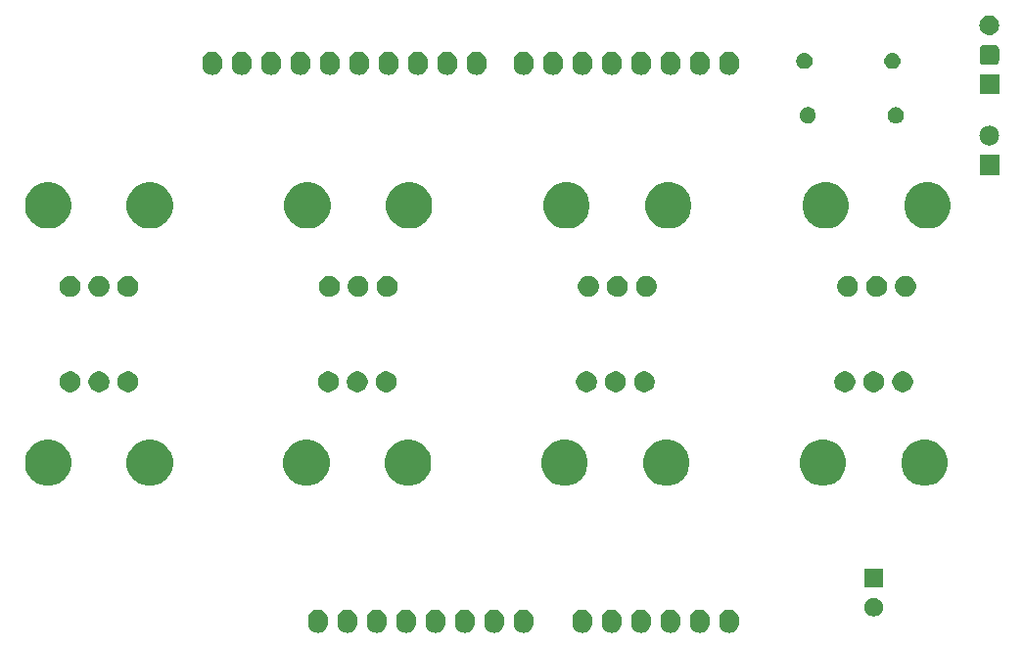
<source format=gbr>
G04 #@! TF.GenerationSoftware,KiCad,Pcbnew,(5.0.1-3-g963ef8bb5)*
G04 #@! TF.CreationDate,2019-07-05T13:12:53+05:30*
G04 #@! TF.ProjectId,8knobs-v2.1-orderworkshop,386B6E6F62732D76322E312D6F726465,rev?*
G04 #@! TF.SameCoordinates,Original*
G04 #@! TF.FileFunction,Soldermask,Bot*
G04 #@! TF.FilePolarity,Negative*
%FSLAX46Y46*%
G04 Gerber Fmt 4.6, Leading zero omitted, Abs format (unit mm)*
G04 Created by KiCad (PCBNEW (5.0.1-3-g963ef8bb5)) date 2019 July 05, Friday 13:12:53*
%MOMM*%
%LPD*%
G01*
G04 APERTURE LIST*
%ADD10C,0.100000*%
G04 APERTURE END LIST*
D10*
G36*
X139107294Y-122821496D02*
X139195822Y-122848351D01*
X139270087Y-122870879D01*
X139420112Y-122951068D01*
X139551612Y-123058988D01*
X139659532Y-123190488D01*
X139739721Y-123340512D01*
X139752571Y-123382873D01*
X139789104Y-123503305D01*
X139801600Y-123630180D01*
X139801600Y-124019819D01*
X139789104Y-124146694D01*
X139752571Y-124267128D01*
X139739721Y-124309488D01*
X139659532Y-124459512D01*
X139551612Y-124591012D01*
X139420112Y-124698932D01*
X139270088Y-124779121D01*
X139227727Y-124791971D01*
X139107295Y-124828504D01*
X138994432Y-124839620D01*
X138938001Y-124845178D01*
X138938000Y-124845178D01*
X138768706Y-124828504D01*
X138648274Y-124791971D01*
X138605913Y-124779121D01*
X138455889Y-124698932D01*
X138365946Y-124625117D01*
X138324388Y-124591012D01*
X138216469Y-124459512D01*
X138216467Y-124459509D01*
X138136279Y-124309488D01*
X138123429Y-124267127D01*
X138086896Y-124146695D01*
X138074400Y-124019820D01*
X138074400Y-123630181D01*
X138086896Y-123503306D01*
X138136278Y-123340517D01*
X138136279Y-123340513D01*
X138216468Y-123190488D01*
X138324388Y-123058988D01*
X138455888Y-122951068D01*
X138605912Y-122870879D01*
X138680177Y-122848351D01*
X138768705Y-122821496D01*
X138881568Y-122810380D01*
X138937999Y-122804822D01*
X138938000Y-122804822D01*
X139107294Y-122821496D01*
X139107294Y-122821496D01*
G37*
G36*
X141647294Y-122821496D02*
X141735822Y-122848351D01*
X141810087Y-122870879D01*
X141960112Y-122951068D01*
X142091612Y-123058988D01*
X142199532Y-123190488D01*
X142279721Y-123340512D01*
X142292571Y-123382873D01*
X142329104Y-123503305D01*
X142341600Y-123630180D01*
X142341600Y-124019819D01*
X142329104Y-124146694D01*
X142292571Y-124267128D01*
X142279721Y-124309488D01*
X142199532Y-124459512D01*
X142091612Y-124591012D01*
X141960112Y-124698932D01*
X141810088Y-124779121D01*
X141767727Y-124791971D01*
X141647295Y-124828504D01*
X141534432Y-124839620D01*
X141478001Y-124845178D01*
X141478000Y-124845178D01*
X141308706Y-124828504D01*
X141188274Y-124791971D01*
X141145913Y-124779121D01*
X140995889Y-124698932D01*
X140905946Y-124625117D01*
X140864388Y-124591012D01*
X140756469Y-124459512D01*
X140756467Y-124459509D01*
X140676279Y-124309488D01*
X140663429Y-124267127D01*
X140626896Y-124146695D01*
X140614400Y-124019820D01*
X140614400Y-123630181D01*
X140626896Y-123503306D01*
X140676278Y-123340517D01*
X140676279Y-123340513D01*
X140756468Y-123190488D01*
X140864388Y-123058988D01*
X140995888Y-122951068D01*
X141145912Y-122870879D01*
X141220177Y-122848351D01*
X141308705Y-122821496D01*
X141421568Y-122810380D01*
X141477999Y-122804822D01*
X141478000Y-122804822D01*
X141647294Y-122821496D01*
X141647294Y-122821496D01*
G37*
G36*
X144187294Y-122821496D02*
X144275822Y-122848351D01*
X144350087Y-122870879D01*
X144500112Y-122951068D01*
X144631612Y-123058988D01*
X144739532Y-123190488D01*
X144819721Y-123340512D01*
X144832571Y-123382873D01*
X144869104Y-123503305D01*
X144881600Y-123630180D01*
X144881600Y-124019819D01*
X144869104Y-124146694D01*
X144832571Y-124267128D01*
X144819721Y-124309488D01*
X144739532Y-124459512D01*
X144631612Y-124591012D01*
X144500112Y-124698932D01*
X144350088Y-124779121D01*
X144307727Y-124791971D01*
X144187295Y-124828504D01*
X144074432Y-124839620D01*
X144018001Y-124845178D01*
X144018000Y-124845178D01*
X143848706Y-124828504D01*
X143728274Y-124791971D01*
X143685913Y-124779121D01*
X143535889Y-124698932D01*
X143445946Y-124625117D01*
X143404388Y-124591012D01*
X143296469Y-124459512D01*
X143296467Y-124459509D01*
X143216279Y-124309488D01*
X143203429Y-124267127D01*
X143166896Y-124146695D01*
X143154400Y-124019820D01*
X143154400Y-123630181D01*
X143166896Y-123503306D01*
X143216278Y-123340517D01*
X143216279Y-123340513D01*
X143296468Y-123190488D01*
X143404388Y-123058988D01*
X143535888Y-122951068D01*
X143685912Y-122870879D01*
X143760177Y-122848351D01*
X143848705Y-122821496D01*
X143961568Y-122810380D01*
X144017999Y-122804822D01*
X144018000Y-122804822D01*
X144187294Y-122821496D01*
X144187294Y-122821496D01*
G37*
G36*
X146727294Y-122821496D02*
X146815822Y-122848351D01*
X146890087Y-122870879D01*
X147040112Y-122951068D01*
X147171612Y-123058988D01*
X147279532Y-123190488D01*
X147359721Y-123340512D01*
X147372571Y-123382873D01*
X147409104Y-123503305D01*
X147421600Y-123630180D01*
X147421600Y-124019819D01*
X147409104Y-124146694D01*
X147372571Y-124267128D01*
X147359721Y-124309488D01*
X147279532Y-124459512D01*
X147171612Y-124591012D01*
X147040112Y-124698932D01*
X146890088Y-124779121D01*
X146847727Y-124791971D01*
X146727295Y-124828504D01*
X146614432Y-124839620D01*
X146558001Y-124845178D01*
X146558000Y-124845178D01*
X146388706Y-124828504D01*
X146268274Y-124791971D01*
X146225913Y-124779121D01*
X146075889Y-124698932D01*
X145985946Y-124625117D01*
X145944388Y-124591012D01*
X145836469Y-124459512D01*
X145836467Y-124459509D01*
X145756279Y-124309488D01*
X145743429Y-124267127D01*
X145706896Y-124146695D01*
X145694400Y-124019820D01*
X145694400Y-123630181D01*
X145706896Y-123503306D01*
X145756278Y-123340517D01*
X145756279Y-123340513D01*
X145836468Y-123190488D01*
X145944388Y-123058988D01*
X146075888Y-122951068D01*
X146225912Y-122870879D01*
X146300177Y-122848351D01*
X146388705Y-122821496D01*
X146501568Y-122810380D01*
X146557999Y-122804822D01*
X146558000Y-122804822D01*
X146727294Y-122821496D01*
X146727294Y-122821496D01*
G37*
G36*
X149267294Y-122821496D02*
X149355822Y-122848351D01*
X149430087Y-122870879D01*
X149580112Y-122951068D01*
X149711612Y-123058988D01*
X149819532Y-123190488D01*
X149899721Y-123340512D01*
X149912571Y-123382873D01*
X149949104Y-123503305D01*
X149961600Y-123630180D01*
X149961600Y-124019819D01*
X149949104Y-124146694D01*
X149912571Y-124267128D01*
X149899721Y-124309488D01*
X149819532Y-124459512D01*
X149711612Y-124591012D01*
X149580112Y-124698932D01*
X149430088Y-124779121D01*
X149387727Y-124791971D01*
X149267295Y-124828504D01*
X149154432Y-124839620D01*
X149098001Y-124845178D01*
X149098000Y-124845178D01*
X148928706Y-124828504D01*
X148808274Y-124791971D01*
X148765913Y-124779121D01*
X148615889Y-124698932D01*
X148525946Y-124625117D01*
X148484388Y-124591012D01*
X148376469Y-124459512D01*
X148376467Y-124459509D01*
X148296279Y-124309488D01*
X148283429Y-124267127D01*
X148246896Y-124146695D01*
X148234400Y-124019820D01*
X148234400Y-123630181D01*
X148246896Y-123503306D01*
X148296278Y-123340517D01*
X148296279Y-123340513D01*
X148376468Y-123190488D01*
X148484388Y-123058988D01*
X148615888Y-122951068D01*
X148765912Y-122870879D01*
X148840177Y-122848351D01*
X148928705Y-122821496D01*
X149041568Y-122810380D01*
X149097999Y-122804822D01*
X149098000Y-122804822D01*
X149267294Y-122821496D01*
X149267294Y-122821496D01*
G37*
G36*
X151807294Y-122821496D02*
X151895822Y-122848351D01*
X151970087Y-122870879D01*
X152120112Y-122951068D01*
X152251612Y-123058988D01*
X152359532Y-123190488D01*
X152439721Y-123340512D01*
X152452571Y-123382873D01*
X152489104Y-123503305D01*
X152501600Y-123630180D01*
X152501600Y-124019819D01*
X152489104Y-124146694D01*
X152452571Y-124267128D01*
X152439721Y-124309488D01*
X152359532Y-124459512D01*
X152251612Y-124591012D01*
X152120112Y-124698932D01*
X151970088Y-124779121D01*
X151927727Y-124791971D01*
X151807295Y-124828504D01*
X151694432Y-124839620D01*
X151638001Y-124845178D01*
X151638000Y-124845178D01*
X151468706Y-124828504D01*
X151348274Y-124791971D01*
X151305913Y-124779121D01*
X151155889Y-124698932D01*
X151065946Y-124625117D01*
X151024388Y-124591012D01*
X150916469Y-124459512D01*
X150916467Y-124459509D01*
X150836279Y-124309488D01*
X150823429Y-124267127D01*
X150786896Y-124146695D01*
X150774400Y-124019820D01*
X150774400Y-123630181D01*
X150786896Y-123503306D01*
X150836278Y-123340517D01*
X150836279Y-123340513D01*
X150916468Y-123190488D01*
X151024388Y-123058988D01*
X151155888Y-122951068D01*
X151305912Y-122870879D01*
X151380177Y-122848351D01*
X151468705Y-122821496D01*
X151581568Y-122810380D01*
X151637999Y-122804822D01*
X151638000Y-122804822D01*
X151807294Y-122821496D01*
X151807294Y-122821496D01*
G37*
G36*
X154347294Y-122821496D02*
X154435822Y-122848351D01*
X154510087Y-122870879D01*
X154660112Y-122951068D01*
X154791612Y-123058988D01*
X154899532Y-123190488D01*
X154979721Y-123340512D01*
X154992571Y-123382873D01*
X155029104Y-123503305D01*
X155041600Y-123630180D01*
X155041600Y-124019819D01*
X155029104Y-124146694D01*
X154992571Y-124267128D01*
X154979721Y-124309488D01*
X154899532Y-124459512D01*
X154791612Y-124591012D01*
X154660112Y-124698932D01*
X154510088Y-124779121D01*
X154467727Y-124791971D01*
X154347295Y-124828504D01*
X154234432Y-124839620D01*
X154178001Y-124845178D01*
X154178000Y-124845178D01*
X154008706Y-124828504D01*
X153888274Y-124791971D01*
X153845913Y-124779121D01*
X153695889Y-124698932D01*
X153605946Y-124625117D01*
X153564388Y-124591012D01*
X153456469Y-124459512D01*
X153456467Y-124459509D01*
X153376279Y-124309488D01*
X153363429Y-124267127D01*
X153326896Y-124146695D01*
X153314400Y-124019820D01*
X153314400Y-123630181D01*
X153326896Y-123503306D01*
X153376278Y-123340517D01*
X153376279Y-123340513D01*
X153456468Y-123190488D01*
X153564388Y-123058988D01*
X153695888Y-122951068D01*
X153845912Y-122870879D01*
X153920177Y-122848351D01*
X154008705Y-122821496D01*
X154121568Y-122810380D01*
X154177999Y-122804822D01*
X154178000Y-122804822D01*
X154347294Y-122821496D01*
X154347294Y-122821496D01*
G37*
G36*
X156887294Y-122821496D02*
X156975822Y-122848351D01*
X157050087Y-122870879D01*
X157200112Y-122951068D01*
X157331612Y-123058988D01*
X157439532Y-123190488D01*
X157519721Y-123340512D01*
X157532571Y-123382873D01*
X157569104Y-123503305D01*
X157581600Y-123630180D01*
X157581600Y-124019819D01*
X157569104Y-124146694D01*
X157532571Y-124267128D01*
X157519721Y-124309488D01*
X157439532Y-124459512D01*
X157331612Y-124591012D01*
X157200112Y-124698932D01*
X157050088Y-124779121D01*
X157007727Y-124791971D01*
X156887295Y-124828504D01*
X156774432Y-124839620D01*
X156718001Y-124845178D01*
X156718000Y-124845178D01*
X156548706Y-124828504D01*
X156428274Y-124791971D01*
X156385913Y-124779121D01*
X156235889Y-124698932D01*
X156145946Y-124625117D01*
X156104388Y-124591012D01*
X155996469Y-124459512D01*
X155996467Y-124459509D01*
X155916279Y-124309488D01*
X155903429Y-124267127D01*
X155866896Y-124146695D01*
X155854400Y-124019820D01*
X155854400Y-123630181D01*
X155866896Y-123503306D01*
X155916278Y-123340517D01*
X155916279Y-123340513D01*
X155996468Y-123190488D01*
X156104388Y-123058988D01*
X156235888Y-122951068D01*
X156385912Y-122870879D01*
X156460177Y-122848351D01*
X156548705Y-122821496D01*
X156661568Y-122810380D01*
X156717999Y-122804822D01*
X156718000Y-122804822D01*
X156887294Y-122821496D01*
X156887294Y-122821496D01*
G37*
G36*
X161967294Y-122821496D02*
X162055822Y-122848351D01*
X162130087Y-122870879D01*
X162280112Y-122951068D01*
X162411612Y-123058988D01*
X162519532Y-123190488D01*
X162599721Y-123340512D01*
X162612571Y-123382873D01*
X162649104Y-123503305D01*
X162661600Y-123630180D01*
X162661600Y-124019819D01*
X162649104Y-124146694D01*
X162612571Y-124267128D01*
X162599721Y-124309488D01*
X162519532Y-124459512D01*
X162411612Y-124591012D01*
X162280112Y-124698932D01*
X162130088Y-124779121D01*
X162087727Y-124791971D01*
X161967295Y-124828504D01*
X161854432Y-124839620D01*
X161798001Y-124845178D01*
X161798000Y-124845178D01*
X161628706Y-124828504D01*
X161508274Y-124791971D01*
X161465913Y-124779121D01*
X161315889Y-124698932D01*
X161225946Y-124625117D01*
X161184388Y-124591012D01*
X161076469Y-124459512D01*
X161076467Y-124459509D01*
X160996279Y-124309488D01*
X160983429Y-124267127D01*
X160946896Y-124146695D01*
X160934400Y-124019820D01*
X160934400Y-123630181D01*
X160946896Y-123503306D01*
X160996278Y-123340517D01*
X160996279Y-123340513D01*
X161076468Y-123190488D01*
X161184388Y-123058988D01*
X161315888Y-122951068D01*
X161465912Y-122870879D01*
X161540177Y-122848351D01*
X161628705Y-122821496D01*
X161741568Y-122810380D01*
X161797999Y-122804822D01*
X161798000Y-122804822D01*
X161967294Y-122821496D01*
X161967294Y-122821496D01*
G37*
G36*
X164507294Y-122821496D02*
X164595822Y-122848351D01*
X164670087Y-122870879D01*
X164820112Y-122951068D01*
X164951612Y-123058988D01*
X165059532Y-123190488D01*
X165139721Y-123340512D01*
X165152571Y-123382873D01*
X165189104Y-123503305D01*
X165201600Y-123630180D01*
X165201600Y-124019819D01*
X165189104Y-124146694D01*
X165152571Y-124267128D01*
X165139721Y-124309488D01*
X165059532Y-124459512D01*
X164951612Y-124591012D01*
X164820112Y-124698932D01*
X164670088Y-124779121D01*
X164627727Y-124791971D01*
X164507295Y-124828504D01*
X164394432Y-124839620D01*
X164338001Y-124845178D01*
X164338000Y-124845178D01*
X164168706Y-124828504D01*
X164048274Y-124791971D01*
X164005913Y-124779121D01*
X163855889Y-124698932D01*
X163765946Y-124625117D01*
X163724388Y-124591012D01*
X163616469Y-124459512D01*
X163616467Y-124459509D01*
X163536279Y-124309488D01*
X163523429Y-124267127D01*
X163486896Y-124146695D01*
X163474400Y-124019820D01*
X163474400Y-123630181D01*
X163486896Y-123503306D01*
X163536278Y-123340517D01*
X163536279Y-123340513D01*
X163616468Y-123190488D01*
X163724388Y-123058988D01*
X163855888Y-122951068D01*
X164005912Y-122870879D01*
X164080177Y-122848351D01*
X164168705Y-122821496D01*
X164281568Y-122810380D01*
X164337999Y-122804822D01*
X164338000Y-122804822D01*
X164507294Y-122821496D01*
X164507294Y-122821496D01*
G37*
G36*
X167047294Y-122821496D02*
X167135822Y-122848351D01*
X167210087Y-122870879D01*
X167360112Y-122951068D01*
X167491612Y-123058988D01*
X167599532Y-123190488D01*
X167679721Y-123340512D01*
X167692571Y-123382873D01*
X167729104Y-123503305D01*
X167741600Y-123630180D01*
X167741600Y-124019819D01*
X167729104Y-124146694D01*
X167692571Y-124267128D01*
X167679721Y-124309488D01*
X167599532Y-124459512D01*
X167491612Y-124591012D01*
X167360112Y-124698932D01*
X167210088Y-124779121D01*
X167167727Y-124791971D01*
X167047295Y-124828504D01*
X166934432Y-124839620D01*
X166878001Y-124845178D01*
X166878000Y-124845178D01*
X166708706Y-124828504D01*
X166588274Y-124791971D01*
X166545913Y-124779121D01*
X166395889Y-124698932D01*
X166305946Y-124625117D01*
X166264388Y-124591012D01*
X166156469Y-124459512D01*
X166156467Y-124459509D01*
X166076279Y-124309488D01*
X166063429Y-124267127D01*
X166026896Y-124146695D01*
X166014400Y-124019820D01*
X166014400Y-123630181D01*
X166026896Y-123503306D01*
X166076278Y-123340517D01*
X166076279Y-123340513D01*
X166156468Y-123190488D01*
X166264388Y-123058988D01*
X166395888Y-122951068D01*
X166545912Y-122870879D01*
X166620177Y-122848351D01*
X166708705Y-122821496D01*
X166821568Y-122810380D01*
X166877999Y-122804822D01*
X166878000Y-122804822D01*
X167047294Y-122821496D01*
X167047294Y-122821496D01*
G37*
G36*
X169587294Y-122821496D02*
X169675822Y-122848351D01*
X169750087Y-122870879D01*
X169900112Y-122951068D01*
X170031612Y-123058988D01*
X170139532Y-123190488D01*
X170219721Y-123340512D01*
X170232571Y-123382873D01*
X170269104Y-123503305D01*
X170281600Y-123630180D01*
X170281600Y-124019819D01*
X170269104Y-124146694D01*
X170232571Y-124267128D01*
X170219721Y-124309488D01*
X170139532Y-124459512D01*
X170031612Y-124591012D01*
X169900112Y-124698932D01*
X169750088Y-124779121D01*
X169707727Y-124791971D01*
X169587295Y-124828504D01*
X169474432Y-124839620D01*
X169418001Y-124845178D01*
X169418000Y-124845178D01*
X169248706Y-124828504D01*
X169128274Y-124791971D01*
X169085913Y-124779121D01*
X168935889Y-124698932D01*
X168845946Y-124625117D01*
X168804388Y-124591012D01*
X168696469Y-124459512D01*
X168696467Y-124459509D01*
X168616279Y-124309488D01*
X168603429Y-124267127D01*
X168566896Y-124146695D01*
X168554400Y-124019820D01*
X168554400Y-123630181D01*
X168566896Y-123503306D01*
X168616278Y-123340517D01*
X168616279Y-123340513D01*
X168696468Y-123190488D01*
X168804388Y-123058988D01*
X168935888Y-122951068D01*
X169085912Y-122870879D01*
X169160177Y-122848351D01*
X169248705Y-122821496D01*
X169361568Y-122810380D01*
X169417999Y-122804822D01*
X169418000Y-122804822D01*
X169587294Y-122821496D01*
X169587294Y-122821496D01*
G37*
G36*
X172127294Y-122821496D02*
X172215822Y-122848351D01*
X172290087Y-122870879D01*
X172440112Y-122951068D01*
X172571612Y-123058988D01*
X172679532Y-123190488D01*
X172759721Y-123340512D01*
X172772571Y-123382873D01*
X172809104Y-123503305D01*
X172821600Y-123630180D01*
X172821600Y-124019819D01*
X172809104Y-124146694D01*
X172772571Y-124267128D01*
X172759721Y-124309488D01*
X172679532Y-124459512D01*
X172571612Y-124591012D01*
X172440112Y-124698932D01*
X172290088Y-124779121D01*
X172247727Y-124791971D01*
X172127295Y-124828504D01*
X172014432Y-124839620D01*
X171958001Y-124845178D01*
X171958000Y-124845178D01*
X171788706Y-124828504D01*
X171668274Y-124791971D01*
X171625913Y-124779121D01*
X171475889Y-124698932D01*
X171385946Y-124625117D01*
X171344388Y-124591012D01*
X171236469Y-124459512D01*
X171236467Y-124459509D01*
X171156279Y-124309488D01*
X171143429Y-124267127D01*
X171106896Y-124146695D01*
X171094400Y-124019820D01*
X171094400Y-123630181D01*
X171106896Y-123503306D01*
X171156278Y-123340517D01*
X171156279Y-123340513D01*
X171236468Y-123190488D01*
X171344388Y-123058988D01*
X171475888Y-122951068D01*
X171625912Y-122870879D01*
X171700177Y-122848351D01*
X171788705Y-122821496D01*
X171901568Y-122810380D01*
X171957999Y-122804822D01*
X171958000Y-122804822D01*
X172127294Y-122821496D01*
X172127294Y-122821496D01*
G37*
G36*
X174667294Y-122821496D02*
X174755822Y-122848351D01*
X174830087Y-122870879D01*
X174980112Y-122951068D01*
X175111612Y-123058988D01*
X175219532Y-123190488D01*
X175299721Y-123340512D01*
X175312571Y-123382873D01*
X175349104Y-123503305D01*
X175361600Y-123630180D01*
X175361600Y-124019819D01*
X175349104Y-124146694D01*
X175312571Y-124267128D01*
X175299721Y-124309488D01*
X175219532Y-124459512D01*
X175111612Y-124591012D01*
X174980112Y-124698932D01*
X174830088Y-124779121D01*
X174787727Y-124791971D01*
X174667295Y-124828504D01*
X174554432Y-124839620D01*
X174498001Y-124845178D01*
X174498000Y-124845178D01*
X174328706Y-124828504D01*
X174208274Y-124791971D01*
X174165913Y-124779121D01*
X174015889Y-124698932D01*
X173925946Y-124625117D01*
X173884388Y-124591012D01*
X173776469Y-124459512D01*
X173776467Y-124459509D01*
X173696279Y-124309488D01*
X173683429Y-124267127D01*
X173646896Y-124146695D01*
X173634400Y-124019820D01*
X173634400Y-123630181D01*
X173646896Y-123503306D01*
X173696278Y-123340517D01*
X173696279Y-123340513D01*
X173776468Y-123190488D01*
X173884388Y-123058988D01*
X174015888Y-122951068D01*
X174165912Y-122870879D01*
X174240177Y-122848351D01*
X174328705Y-122821496D01*
X174441568Y-122810380D01*
X174497999Y-122804822D01*
X174498000Y-122804822D01*
X174667294Y-122821496D01*
X174667294Y-122821496D01*
G37*
G36*
X187231352Y-121845743D02*
X187376941Y-121906048D01*
X187507973Y-121993601D01*
X187619399Y-122105027D01*
X187706952Y-122236059D01*
X187767257Y-122381648D01*
X187798000Y-122536205D01*
X187798000Y-122693795D01*
X187767257Y-122848352D01*
X187706952Y-122993941D01*
X187619399Y-123124973D01*
X187507973Y-123236399D01*
X187376941Y-123323952D01*
X187231352Y-123384257D01*
X187076795Y-123415000D01*
X186919205Y-123415000D01*
X186764648Y-123384257D01*
X186619059Y-123323952D01*
X186488027Y-123236399D01*
X186376601Y-123124973D01*
X186289048Y-122993941D01*
X186228743Y-122848352D01*
X186198000Y-122693795D01*
X186198000Y-122536205D01*
X186228743Y-122381648D01*
X186289048Y-122236059D01*
X186376601Y-122105027D01*
X186488027Y-121993601D01*
X186619059Y-121906048D01*
X186764648Y-121845743D01*
X186919205Y-121815000D01*
X187076795Y-121815000D01*
X187231352Y-121845743D01*
X187231352Y-121845743D01*
G37*
G36*
X187798000Y-120915000D02*
X186198000Y-120915000D01*
X186198000Y-119315000D01*
X187798000Y-119315000D01*
X187798000Y-120915000D01*
X187798000Y-120915000D01*
G37*
G36*
X138514711Y-108191859D02*
X138878687Y-108342622D01*
X139206262Y-108561501D01*
X139484832Y-108840071D01*
X139703711Y-109167646D01*
X139854474Y-109531622D01*
X139931333Y-109918016D01*
X139931333Y-110311984D01*
X139854474Y-110698378D01*
X139703711Y-111062354D01*
X139484832Y-111389929D01*
X139206262Y-111668499D01*
X138878687Y-111887378D01*
X138514711Y-112038141D01*
X138128317Y-112115000D01*
X137734349Y-112115000D01*
X137347955Y-112038141D01*
X136983979Y-111887378D01*
X136656404Y-111668499D01*
X136377834Y-111389929D01*
X136158955Y-111062354D01*
X136008192Y-110698378D01*
X135931333Y-110311984D01*
X135931333Y-109918016D01*
X136008192Y-109531622D01*
X136158955Y-109167646D01*
X136377834Y-108840071D01*
X136656404Y-108561501D01*
X136983979Y-108342622D01*
X137347955Y-108191859D01*
X137734349Y-108115000D01*
X138128317Y-108115000D01*
X138514711Y-108191859D01*
X138514711Y-108191859D01*
G37*
G36*
X191981378Y-108191859D02*
X192345354Y-108342622D01*
X192672929Y-108561501D01*
X192951499Y-108840071D01*
X193170378Y-109167646D01*
X193321141Y-109531622D01*
X193398000Y-109918016D01*
X193398000Y-110311984D01*
X193321141Y-110698378D01*
X193170378Y-111062354D01*
X192951499Y-111389929D01*
X192672929Y-111668499D01*
X192345354Y-111887378D01*
X191981378Y-112038141D01*
X191594984Y-112115000D01*
X191201016Y-112115000D01*
X190814622Y-112038141D01*
X190450646Y-111887378D01*
X190123071Y-111668499D01*
X189844501Y-111389929D01*
X189625622Y-111062354D01*
X189474859Y-110698378D01*
X189398000Y-110311984D01*
X189398000Y-109918016D01*
X189474859Y-109531622D01*
X189625622Y-109167646D01*
X189844501Y-108840071D01*
X190123071Y-108561501D01*
X190450646Y-108342622D01*
X190814622Y-108191859D01*
X191201016Y-108115000D01*
X191594984Y-108115000D01*
X191981378Y-108191859D01*
X191981378Y-108191859D01*
G37*
G36*
X183181378Y-108191859D02*
X183545354Y-108342622D01*
X183872929Y-108561501D01*
X184151499Y-108840071D01*
X184370378Y-109167646D01*
X184521141Y-109531622D01*
X184598000Y-109918016D01*
X184598000Y-110311984D01*
X184521141Y-110698378D01*
X184370378Y-111062354D01*
X184151499Y-111389929D01*
X183872929Y-111668499D01*
X183545354Y-111887378D01*
X183181378Y-112038141D01*
X182794984Y-112115000D01*
X182401016Y-112115000D01*
X182014622Y-112038141D01*
X181650646Y-111887378D01*
X181323071Y-111668499D01*
X181044501Y-111389929D01*
X180825622Y-111062354D01*
X180674859Y-110698378D01*
X180598000Y-110311984D01*
X180598000Y-109918016D01*
X180674859Y-109531622D01*
X180825622Y-109167646D01*
X181044501Y-108840071D01*
X181323071Y-108561501D01*
X181650646Y-108342622D01*
X182014622Y-108191859D01*
X182401016Y-108115000D01*
X182794984Y-108115000D01*
X183181378Y-108191859D01*
X183181378Y-108191859D01*
G37*
G36*
X160848044Y-108191859D02*
X161212020Y-108342622D01*
X161539595Y-108561501D01*
X161818165Y-108840071D01*
X162037044Y-109167646D01*
X162187807Y-109531622D01*
X162264666Y-109918016D01*
X162264666Y-110311984D01*
X162187807Y-110698378D01*
X162037044Y-111062354D01*
X161818165Y-111389929D01*
X161539595Y-111668499D01*
X161212020Y-111887378D01*
X160848044Y-112038141D01*
X160461650Y-112115000D01*
X160067682Y-112115000D01*
X159681288Y-112038141D01*
X159317312Y-111887378D01*
X158989737Y-111668499D01*
X158711167Y-111389929D01*
X158492288Y-111062354D01*
X158341525Y-110698378D01*
X158264666Y-110311984D01*
X158264666Y-109918016D01*
X158341525Y-109531622D01*
X158492288Y-109167646D01*
X158711167Y-108840071D01*
X158989737Y-108561501D01*
X159317312Y-108342622D01*
X159681288Y-108191859D01*
X160067682Y-108115000D01*
X160461650Y-108115000D01*
X160848044Y-108191859D01*
X160848044Y-108191859D01*
G37*
G36*
X169648044Y-108191859D02*
X170012020Y-108342622D01*
X170339595Y-108561501D01*
X170618165Y-108840071D01*
X170837044Y-109167646D01*
X170987807Y-109531622D01*
X171064666Y-109918016D01*
X171064666Y-110311984D01*
X170987807Y-110698378D01*
X170837044Y-111062354D01*
X170618165Y-111389929D01*
X170339595Y-111668499D01*
X170012020Y-111887378D01*
X169648044Y-112038141D01*
X169261650Y-112115000D01*
X168867682Y-112115000D01*
X168481288Y-112038141D01*
X168117312Y-111887378D01*
X167789737Y-111668499D01*
X167511167Y-111389929D01*
X167292288Y-111062354D01*
X167141525Y-110698378D01*
X167064666Y-110311984D01*
X167064666Y-109918016D01*
X167141525Y-109531622D01*
X167292288Y-109167646D01*
X167511167Y-108840071D01*
X167789737Y-108561501D01*
X168117312Y-108342622D01*
X168481288Y-108191859D01*
X168867682Y-108115000D01*
X169261650Y-108115000D01*
X169648044Y-108191859D01*
X169648044Y-108191859D01*
G37*
G36*
X116181378Y-108191859D02*
X116545354Y-108342622D01*
X116872929Y-108561501D01*
X117151499Y-108840071D01*
X117370378Y-109167646D01*
X117521141Y-109531622D01*
X117598000Y-109918016D01*
X117598000Y-110311984D01*
X117521141Y-110698378D01*
X117370378Y-111062354D01*
X117151499Y-111389929D01*
X116872929Y-111668499D01*
X116545354Y-111887378D01*
X116181378Y-112038141D01*
X115794984Y-112115000D01*
X115401016Y-112115000D01*
X115014622Y-112038141D01*
X114650646Y-111887378D01*
X114323071Y-111668499D01*
X114044501Y-111389929D01*
X113825622Y-111062354D01*
X113674859Y-110698378D01*
X113598000Y-110311984D01*
X113598000Y-109918016D01*
X113674859Y-109531622D01*
X113825622Y-109167646D01*
X114044501Y-108840071D01*
X114323071Y-108561501D01*
X114650646Y-108342622D01*
X115014622Y-108191859D01*
X115401016Y-108115000D01*
X115794984Y-108115000D01*
X116181378Y-108191859D01*
X116181378Y-108191859D01*
G37*
G36*
X124981378Y-108191859D02*
X125345354Y-108342622D01*
X125672929Y-108561501D01*
X125951499Y-108840071D01*
X126170378Y-109167646D01*
X126321141Y-109531622D01*
X126398000Y-109918016D01*
X126398000Y-110311984D01*
X126321141Y-110698378D01*
X126170378Y-111062354D01*
X125951499Y-111389929D01*
X125672929Y-111668499D01*
X125345354Y-111887378D01*
X124981378Y-112038141D01*
X124594984Y-112115000D01*
X124201016Y-112115000D01*
X123814622Y-112038141D01*
X123450646Y-111887378D01*
X123123071Y-111668499D01*
X122844501Y-111389929D01*
X122625622Y-111062354D01*
X122474859Y-110698378D01*
X122398000Y-110311984D01*
X122398000Y-109918016D01*
X122474859Y-109531622D01*
X122625622Y-109167646D01*
X122844501Y-108840071D01*
X123123071Y-108561501D01*
X123450646Y-108342622D01*
X123814622Y-108191859D01*
X124201016Y-108115000D01*
X124594984Y-108115000D01*
X124981378Y-108191859D01*
X124981378Y-108191859D01*
G37*
G36*
X147314711Y-108191859D02*
X147678687Y-108342622D01*
X148006262Y-108561501D01*
X148284832Y-108840071D01*
X148503711Y-109167646D01*
X148654474Y-109531622D01*
X148731333Y-109918016D01*
X148731333Y-110311984D01*
X148654474Y-110698378D01*
X148503711Y-111062354D01*
X148284832Y-111389929D01*
X148006262Y-111668499D01*
X147678687Y-111887378D01*
X147314711Y-112038141D01*
X146928317Y-112115000D01*
X146534349Y-112115000D01*
X146147955Y-112038141D01*
X145783979Y-111887378D01*
X145456404Y-111668499D01*
X145177834Y-111389929D01*
X144958955Y-111062354D01*
X144808192Y-110698378D01*
X144731333Y-110311984D01*
X144731333Y-109918016D01*
X144808192Y-109531622D01*
X144958955Y-109167646D01*
X145177834Y-108840071D01*
X145456404Y-108561501D01*
X145783979Y-108342622D01*
X146147955Y-108191859D01*
X146534349Y-108115000D01*
X146928317Y-108115000D01*
X147314711Y-108191859D01*
X147314711Y-108191859D01*
G37*
G36*
X162427187Y-102249586D02*
X162590975Y-102317429D01*
X162738386Y-102415926D01*
X162863740Y-102541280D01*
X162962237Y-102688691D01*
X163030080Y-102852479D01*
X163064666Y-103026356D01*
X163064666Y-103203644D01*
X163030080Y-103377521D01*
X162962237Y-103541309D01*
X162863740Y-103688720D01*
X162738386Y-103814074D01*
X162590975Y-103912571D01*
X162427187Y-103980414D01*
X162253310Y-104015000D01*
X162076022Y-104015000D01*
X161902145Y-103980414D01*
X161738357Y-103912571D01*
X161590946Y-103814074D01*
X161465592Y-103688720D01*
X161367095Y-103541309D01*
X161299252Y-103377521D01*
X161264666Y-103203644D01*
X161264666Y-103026356D01*
X161299252Y-102852479D01*
X161367095Y-102688691D01*
X161465592Y-102541280D01*
X161590946Y-102415926D01*
X161738357Y-102317429D01*
X161902145Y-102249586D01*
X162076022Y-102215000D01*
X162253310Y-102215000D01*
X162427187Y-102249586D01*
X162427187Y-102249586D01*
G37*
G36*
X120260521Y-102249586D02*
X120424309Y-102317429D01*
X120571720Y-102415926D01*
X120697074Y-102541280D01*
X120795571Y-102688691D01*
X120863414Y-102852479D01*
X120898000Y-103026356D01*
X120898000Y-103203644D01*
X120863414Y-103377521D01*
X120795571Y-103541309D01*
X120697074Y-103688720D01*
X120571720Y-103814074D01*
X120424309Y-103912571D01*
X120260521Y-103980414D01*
X120086644Y-104015000D01*
X119909356Y-104015000D01*
X119735479Y-103980414D01*
X119571691Y-103912571D01*
X119424280Y-103814074D01*
X119298926Y-103688720D01*
X119200429Y-103541309D01*
X119132586Y-103377521D01*
X119098000Y-103203644D01*
X119098000Y-103026356D01*
X119132586Y-102852479D01*
X119200429Y-102688691D01*
X119298926Y-102541280D01*
X119424280Y-102415926D01*
X119571691Y-102317429D01*
X119735479Y-102249586D01*
X119909356Y-102215000D01*
X120086644Y-102215000D01*
X120260521Y-102249586D01*
X120260521Y-102249586D01*
G37*
G36*
X189760521Y-102249586D02*
X189924309Y-102317429D01*
X190071720Y-102415926D01*
X190197074Y-102541280D01*
X190295571Y-102688691D01*
X190363414Y-102852479D01*
X190398000Y-103026356D01*
X190398000Y-103203644D01*
X190363414Y-103377521D01*
X190295571Y-103541309D01*
X190197074Y-103688720D01*
X190071720Y-103814074D01*
X189924309Y-103912571D01*
X189760521Y-103980414D01*
X189586644Y-104015000D01*
X189409356Y-104015000D01*
X189235479Y-103980414D01*
X189071691Y-103912571D01*
X188924280Y-103814074D01*
X188798926Y-103688720D01*
X188700429Y-103541309D01*
X188632586Y-103377521D01*
X188598000Y-103203644D01*
X188598000Y-103026356D01*
X188632586Y-102852479D01*
X188700429Y-102688691D01*
X188798926Y-102541280D01*
X188924280Y-102415926D01*
X189071691Y-102317429D01*
X189235479Y-102249586D01*
X189409356Y-102215000D01*
X189586644Y-102215000D01*
X189760521Y-102249586D01*
X189760521Y-102249586D01*
G37*
G36*
X187260521Y-102249586D02*
X187424309Y-102317429D01*
X187571720Y-102415926D01*
X187697074Y-102541280D01*
X187795571Y-102688691D01*
X187863414Y-102852479D01*
X187898000Y-103026356D01*
X187898000Y-103203644D01*
X187863414Y-103377521D01*
X187795571Y-103541309D01*
X187697074Y-103688720D01*
X187571720Y-103814074D01*
X187424309Y-103912571D01*
X187260521Y-103980414D01*
X187086644Y-104015000D01*
X186909356Y-104015000D01*
X186735479Y-103980414D01*
X186571691Y-103912571D01*
X186424280Y-103814074D01*
X186298926Y-103688720D01*
X186200429Y-103541309D01*
X186132586Y-103377521D01*
X186098000Y-103203644D01*
X186098000Y-103026356D01*
X186132586Y-102852479D01*
X186200429Y-102688691D01*
X186298926Y-102541280D01*
X186424280Y-102415926D01*
X186571691Y-102317429D01*
X186735479Y-102249586D01*
X186909356Y-102215000D01*
X187086644Y-102215000D01*
X187260521Y-102249586D01*
X187260521Y-102249586D01*
G37*
G36*
X184760521Y-102249586D02*
X184924309Y-102317429D01*
X185071720Y-102415926D01*
X185197074Y-102541280D01*
X185295571Y-102688691D01*
X185363414Y-102852479D01*
X185398000Y-103026356D01*
X185398000Y-103203644D01*
X185363414Y-103377521D01*
X185295571Y-103541309D01*
X185197074Y-103688720D01*
X185071720Y-103814074D01*
X184924309Y-103912571D01*
X184760521Y-103980414D01*
X184586644Y-104015000D01*
X184409356Y-104015000D01*
X184235479Y-103980414D01*
X184071691Y-103912571D01*
X183924280Y-103814074D01*
X183798926Y-103688720D01*
X183700429Y-103541309D01*
X183632586Y-103377521D01*
X183598000Y-103203644D01*
X183598000Y-103026356D01*
X183632586Y-102852479D01*
X183700429Y-102688691D01*
X183798926Y-102541280D01*
X183924280Y-102415926D01*
X184071691Y-102317429D01*
X184235479Y-102249586D01*
X184409356Y-102215000D01*
X184586644Y-102215000D01*
X184760521Y-102249586D01*
X184760521Y-102249586D01*
G37*
G36*
X122760521Y-102249586D02*
X122924309Y-102317429D01*
X123071720Y-102415926D01*
X123197074Y-102541280D01*
X123295571Y-102688691D01*
X123363414Y-102852479D01*
X123398000Y-103026356D01*
X123398000Y-103203644D01*
X123363414Y-103377521D01*
X123295571Y-103541309D01*
X123197074Y-103688720D01*
X123071720Y-103814074D01*
X122924309Y-103912571D01*
X122760521Y-103980414D01*
X122586644Y-104015000D01*
X122409356Y-104015000D01*
X122235479Y-103980414D01*
X122071691Y-103912571D01*
X121924280Y-103814074D01*
X121798926Y-103688720D01*
X121700429Y-103541309D01*
X121632586Y-103377521D01*
X121598000Y-103203644D01*
X121598000Y-103026356D01*
X121632586Y-102852479D01*
X121700429Y-102688691D01*
X121798926Y-102541280D01*
X121924280Y-102415926D01*
X122071691Y-102317429D01*
X122235479Y-102249586D01*
X122409356Y-102215000D01*
X122586644Y-102215000D01*
X122760521Y-102249586D01*
X122760521Y-102249586D01*
G37*
G36*
X145093854Y-102249586D02*
X145257642Y-102317429D01*
X145405053Y-102415926D01*
X145530407Y-102541280D01*
X145628904Y-102688691D01*
X145696747Y-102852479D01*
X145731333Y-103026356D01*
X145731333Y-103203644D01*
X145696747Y-103377521D01*
X145628904Y-103541309D01*
X145530407Y-103688720D01*
X145405053Y-103814074D01*
X145257642Y-103912571D01*
X145093854Y-103980414D01*
X144919977Y-104015000D01*
X144742689Y-104015000D01*
X144568812Y-103980414D01*
X144405024Y-103912571D01*
X144257613Y-103814074D01*
X144132259Y-103688720D01*
X144033762Y-103541309D01*
X143965919Y-103377521D01*
X143931333Y-103203644D01*
X143931333Y-103026356D01*
X143965919Y-102852479D01*
X144033762Y-102688691D01*
X144132259Y-102541280D01*
X144257613Y-102415926D01*
X144405024Y-102317429D01*
X144568812Y-102249586D01*
X144742689Y-102215000D01*
X144919977Y-102215000D01*
X145093854Y-102249586D01*
X145093854Y-102249586D01*
G37*
G36*
X142593854Y-102249586D02*
X142757642Y-102317429D01*
X142905053Y-102415926D01*
X143030407Y-102541280D01*
X143128904Y-102688691D01*
X143196747Y-102852479D01*
X143231333Y-103026356D01*
X143231333Y-103203644D01*
X143196747Y-103377521D01*
X143128904Y-103541309D01*
X143030407Y-103688720D01*
X142905053Y-103814074D01*
X142757642Y-103912571D01*
X142593854Y-103980414D01*
X142419977Y-104015000D01*
X142242689Y-104015000D01*
X142068812Y-103980414D01*
X141905024Y-103912571D01*
X141757613Y-103814074D01*
X141632259Y-103688720D01*
X141533762Y-103541309D01*
X141465919Y-103377521D01*
X141431333Y-103203644D01*
X141431333Y-103026356D01*
X141465919Y-102852479D01*
X141533762Y-102688691D01*
X141632259Y-102541280D01*
X141757613Y-102415926D01*
X141905024Y-102317429D01*
X142068812Y-102249586D01*
X142242689Y-102215000D01*
X142419977Y-102215000D01*
X142593854Y-102249586D01*
X142593854Y-102249586D01*
G37*
G36*
X167427187Y-102249586D02*
X167590975Y-102317429D01*
X167738386Y-102415926D01*
X167863740Y-102541280D01*
X167962237Y-102688691D01*
X168030080Y-102852479D01*
X168064666Y-103026356D01*
X168064666Y-103203644D01*
X168030080Y-103377521D01*
X167962237Y-103541309D01*
X167863740Y-103688720D01*
X167738386Y-103814074D01*
X167590975Y-103912571D01*
X167427187Y-103980414D01*
X167253310Y-104015000D01*
X167076022Y-104015000D01*
X166902145Y-103980414D01*
X166738357Y-103912571D01*
X166590946Y-103814074D01*
X166465592Y-103688720D01*
X166367095Y-103541309D01*
X166299252Y-103377521D01*
X166264666Y-103203644D01*
X166264666Y-103026356D01*
X166299252Y-102852479D01*
X166367095Y-102688691D01*
X166465592Y-102541280D01*
X166590946Y-102415926D01*
X166738357Y-102317429D01*
X166902145Y-102249586D01*
X167076022Y-102215000D01*
X167253310Y-102215000D01*
X167427187Y-102249586D01*
X167427187Y-102249586D01*
G37*
G36*
X117760521Y-102249586D02*
X117924309Y-102317429D01*
X118071720Y-102415926D01*
X118197074Y-102541280D01*
X118295571Y-102688691D01*
X118363414Y-102852479D01*
X118398000Y-103026356D01*
X118398000Y-103203644D01*
X118363414Y-103377521D01*
X118295571Y-103541309D01*
X118197074Y-103688720D01*
X118071720Y-103814074D01*
X117924309Y-103912571D01*
X117760521Y-103980414D01*
X117586644Y-104015000D01*
X117409356Y-104015000D01*
X117235479Y-103980414D01*
X117071691Y-103912571D01*
X116924280Y-103814074D01*
X116798926Y-103688720D01*
X116700429Y-103541309D01*
X116632586Y-103377521D01*
X116598000Y-103203644D01*
X116598000Y-103026356D01*
X116632586Y-102852479D01*
X116700429Y-102688691D01*
X116798926Y-102541280D01*
X116924280Y-102415926D01*
X117071691Y-102317429D01*
X117235479Y-102249586D01*
X117409356Y-102215000D01*
X117586644Y-102215000D01*
X117760521Y-102249586D01*
X117760521Y-102249586D01*
G37*
G36*
X164927187Y-102249586D02*
X165090975Y-102317429D01*
X165238386Y-102415926D01*
X165363740Y-102541280D01*
X165462237Y-102688691D01*
X165530080Y-102852479D01*
X165564666Y-103026356D01*
X165564666Y-103203644D01*
X165530080Y-103377521D01*
X165462237Y-103541309D01*
X165363740Y-103688720D01*
X165238386Y-103814074D01*
X165090975Y-103912571D01*
X164927187Y-103980414D01*
X164753310Y-104015000D01*
X164576022Y-104015000D01*
X164402145Y-103980414D01*
X164238357Y-103912571D01*
X164090946Y-103814074D01*
X163965592Y-103688720D01*
X163867095Y-103541309D01*
X163799252Y-103377521D01*
X163764666Y-103203644D01*
X163764666Y-103026356D01*
X163799252Y-102852479D01*
X163867095Y-102688691D01*
X163965592Y-102541280D01*
X164090946Y-102415926D01*
X164238357Y-102317429D01*
X164402145Y-102249586D01*
X164576022Y-102215000D01*
X164753310Y-102215000D01*
X164927187Y-102249586D01*
X164927187Y-102249586D01*
G37*
G36*
X140093854Y-102249586D02*
X140257642Y-102317429D01*
X140405053Y-102415926D01*
X140530407Y-102541280D01*
X140628904Y-102688691D01*
X140696747Y-102852479D01*
X140731333Y-103026356D01*
X140731333Y-103203644D01*
X140696747Y-103377521D01*
X140628904Y-103541309D01*
X140530407Y-103688720D01*
X140405053Y-103814074D01*
X140257642Y-103912571D01*
X140093854Y-103980414D01*
X139919977Y-104015000D01*
X139742689Y-104015000D01*
X139568812Y-103980414D01*
X139405024Y-103912571D01*
X139257613Y-103814074D01*
X139132259Y-103688720D01*
X139033762Y-103541309D01*
X138965919Y-103377521D01*
X138931333Y-103203644D01*
X138931333Y-103026356D01*
X138965919Y-102852479D01*
X139033762Y-102688691D01*
X139132259Y-102541280D01*
X139257613Y-102415926D01*
X139405024Y-102317429D01*
X139568812Y-102249586D01*
X139742689Y-102215000D01*
X139919977Y-102215000D01*
X140093854Y-102249586D01*
X140093854Y-102249586D01*
G37*
G36*
X185010521Y-93999586D02*
X185174309Y-94067429D01*
X185321720Y-94165926D01*
X185447074Y-94291280D01*
X185545571Y-94438691D01*
X185613414Y-94602479D01*
X185648000Y-94776356D01*
X185648000Y-94953644D01*
X185613414Y-95127521D01*
X185545571Y-95291309D01*
X185447074Y-95438720D01*
X185321720Y-95564074D01*
X185174309Y-95662571D01*
X185010521Y-95730414D01*
X184836644Y-95765000D01*
X184659356Y-95765000D01*
X184485479Y-95730414D01*
X184321691Y-95662571D01*
X184174280Y-95564074D01*
X184048926Y-95438720D01*
X183950429Y-95291309D01*
X183882586Y-95127521D01*
X183848000Y-94953644D01*
X183848000Y-94776356D01*
X183882586Y-94602479D01*
X183950429Y-94438691D01*
X184048926Y-94291280D01*
X184174280Y-94165926D01*
X184321691Y-94067429D01*
X184485479Y-93999586D01*
X184659356Y-93965000D01*
X184836644Y-93965000D01*
X185010521Y-93999586D01*
X185010521Y-93999586D01*
G37*
G36*
X187510521Y-93999586D02*
X187674309Y-94067429D01*
X187821720Y-94165926D01*
X187947074Y-94291280D01*
X188045571Y-94438691D01*
X188113414Y-94602479D01*
X188148000Y-94776356D01*
X188148000Y-94953644D01*
X188113414Y-95127521D01*
X188045571Y-95291309D01*
X187947074Y-95438720D01*
X187821720Y-95564074D01*
X187674309Y-95662571D01*
X187510521Y-95730414D01*
X187336644Y-95765000D01*
X187159356Y-95765000D01*
X186985479Y-95730414D01*
X186821691Y-95662571D01*
X186674280Y-95564074D01*
X186548926Y-95438720D01*
X186450429Y-95291309D01*
X186382586Y-95127521D01*
X186348000Y-94953644D01*
X186348000Y-94776356D01*
X186382586Y-94602479D01*
X186450429Y-94438691D01*
X186548926Y-94291280D01*
X186674280Y-94165926D01*
X186821691Y-94067429D01*
X186985479Y-93999586D01*
X187159356Y-93965000D01*
X187336644Y-93965000D01*
X187510521Y-93999586D01*
X187510521Y-93999586D01*
G37*
G36*
X167593853Y-93999586D02*
X167757641Y-94067429D01*
X167905052Y-94165926D01*
X168030406Y-94291280D01*
X168128903Y-94438691D01*
X168196746Y-94602479D01*
X168231332Y-94776356D01*
X168231332Y-94953644D01*
X168196746Y-95127521D01*
X168128903Y-95291309D01*
X168030406Y-95438720D01*
X167905052Y-95564074D01*
X167757641Y-95662571D01*
X167593853Y-95730414D01*
X167419976Y-95765000D01*
X167242688Y-95765000D01*
X167068811Y-95730414D01*
X166905023Y-95662571D01*
X166757612Y-95564074D01*
X166632258Y-95438720D01*
X166533761Y-95291309D01*
X166465918Y-95127521D01*
X166431332Y-94953644D01*
X166431332Y-94776356D01*
X166465918Y-94602479D01*
X166533761Y-94438691D01*
X166632258Y-94291280D01*
X166757612Y-94165926D01*
X166905023Y-94067429D01*
X167068811Y-93999586D01*
X167242688Y-93965000D01*
X167419976Y-93965000D01*
X167593853Y-93999586D01*
X167593853Y-93999586D01*
G37*
G36*
X165093853Y-93999586D02*
X165257641Y-94067429D01*
X165405052Y-94165926D01*
X165530406Y-94291280D01*
X165628903Y-94438691D01*
X165696746Y-94602479D01*
X165731332Y-94776356D01*
X165731332Y-94953644D01*
X165696746Y-95127521D01*
X165628903Y-95291309D01*
X165530406Y-95438720D01*
X165405052Y-95564074D01*
X165257641Y-95662571D01*
X165093853Y-95730414D01*
X164919976Y-95765000D01*
X164742688Y-95765000D01*
X164568811Y-95730414D01*
X164405023Y-95662571D01*
X164257612Y-95564074D01*
X164132258Y-95438720D01*
X164033761Y-95291309D01*
X163965918Y-95127521D01*
X163931332Y-94953644D01*
X163931332Y-94776356D01*
X163965918Y-94602479D01*
X164033761Y-94438691D01*
X164132258Y-94291280D01*
X164257612Y-94165926D01*
X164405023Y-94067429D01*
X164568811Y-93999586D01*
X164742688Y-93965000D01*
X164919976Y-93965000D01*
X165093853Y-93999586D01*
X165093853Y-93999586D01*
G37*
G36*
X162593853Y-93999586D02*
X162757641Y-94067429D01*
X162905052Y-94165926D01*
X163030406Y-94291280D01*
X163128903Y-94438691D01*
X163196746Y-94602479D01*
X163231332Y-94776356D01*
X163231332Y-94953644D01*
X163196746Y-95127521D01*
X163128903Y-95291309D01*
X163030406Y-95438720D01*
X162905052Y-95564074D01*
X162757641Y-95662571D01*
X162593853Y-95730414D01*
X162419976Y-95765000D01*
X162242688Y-95765000D01*
X162068811Y-95730414D01*
X161905023Y-95662571D01*
X161757612Y-95564074D01*
X161632258Y-95438720D01*
X161533761Y-95291309D01*
X161465918Y-95127521D01*
X161431332Y-94953644D01*
X161431332Y-94776356D01*
X161465918Y-94602479D01*
X161533761Y-94438691D01*
X161632258Y-94291280D01*
X161757612Y-94165926D01*
X161905023Y-94067429D01*
X162068811Y-93999586D01*
X162242688Y-93965000D01*
X162419976Y-93965000D01*
X162593853Y-93999586D01*
X162593853Y-93999586D01*
G37*
G36*
X145177187Y-93999586D02*
X145340975Y-94067429D01*
X145488386Y-94165926D01*
X145613740Y-94291280D01*
X145712237Y-94438691D01*
X145780080Y-94602479D01*
X145814666Y-94776356D01*
X145814666Y-94953644D01*
X145780080Y-95127521D01*
X145712237Y-95291309D01*
X145613740Y-95438720D01*
X145488386Y-95564074D01*
X145340975Y-95662571D01*
X145177187Y-95730414D01*
X145003310Y-95765000D01*
X144826022Y-95765000D01*
X144652145Y-95730414D01*
X144488357Y-95662571D01*
X144340946Y-95564074D01*
X144215592Y-95438720D01*
X144117095Y-95291309D01*
X144049252Y-95127521D01*
X144014666Y-94953644D01*
X144014666Y-94776356D01*
X144049252Y-94602479D01*
X144117095Y-94438691D01*
X144215592Y-94291280D01*
X144340946Y-94165926D01*
X144488357Y-94067429D01*
X144652145Y-93999586D01*
X144826022Y-93965000D01*
X145003310Y-93965000D01*
X145177187Y-93999586D01*
X145177187Y-93999586D01*
G37*
G36*
X142677187Y-93999586D02*
X142840975Y-94067429D01*
X142988386Y-94165926D01*
X143113740Y-94291280D01*
X143212237Y-94438691D01*
X143280080Y-94602479D01*
X143314666Y-94776356D01*
X143314666Y-94953644D01*
X143280080Y-95127521D01*
X143212237Y-95291309D01*
X143113740Y-95438720D01*
X142988386Y-95564074D01*
X142840975Y-95662571D01*
X142677187Y-95730414D01*
X142503310Y-95765000D01*
X142326022Y-95765000D01*
X142152145Y-95730414D01*
X141988357Y-95662571D01*
X141840946Y-95564074D01*
X141715592Y-95438720D01*
X141617095Y-95291309D01*
X141549252Y-95127521D01*
X141514666Y-94953644D01*
X141514666Y-94776356D01*
X141549252Y-94602479D01*
X141617095Y-94438691D01*
X141715592Y-94291280D01*
X141840946Y-94165926D01*
X141988357Y-94067429D01*
X142152145Y-93999586D01*
X142326022Y-93965000D01*
X142503310Y-93965000D01*
X142677187Y-93999586D01*
X142677187Y-93999586D01*
G37*
G36*
X122760521Y-93999586D02*
X122924309Y-94067429D01*
X123071720Y-94165926D01*
X123197074Y-94291280D01*
X123295571Y-94438691D01*
X123363414Y-94602479D01*
X123398000Y-94776356D01*
X123398000Y-94953644D01*
X123363414Y-95127521D01*
X123295571Y-95291309D01*
X123197074Y-95438720D01*
X123071720Y-95564074D01*
X122924309Y-95662571D01*
X122760521Y-95730414D01*
X122586644Y-95765000D01*
X122409356Y-95765000D01*
X122235479Y-95730414D01*
X122071691Y-95662571D01*
X121924280Y-95564074D01*
X121798926Y-95438720D01*
X121700429Y-95291309D01*
X121632586Y-95127521D01*
X121598000Y-94953644D01*
X121598000Y-94776356D01*
X121632586Y-94602479D01*
X121700429Y-94438691D01*
X121798926Y-94291280D01*
X121924280Y-94165926D01*
X122071691Y-94067429D01*
X122235479Y-93999586D01*
X122409356Y-93965000D01*
X122586644Y-93965000D01*
X122760521Y-93999586D01*
X122760521Y-93999586D01*
G37*
G36*
X120260521Y-93999586D02*
X120424309Y-94067429D01*
X120571720Y-94165926D01*
X120697074Y-94291280D01*
X120795571Y-94438691D01*
X120863414Y-94602479D01*
X120898000Y-94776356D01*
X120898000Y-94953644D01*
X120863414Y-95127521D01*
X120795571Y-95291309D01*
X120697074Y-95438720D01*
X120571720Y-95564074D01*
X120424309Y-95662571D01*
X120260521Y-95730414D01*
X120086644Y-95765000D01*
X119909356Y-95765000D01*
X119735479Y-95730414D01*
X119571691Y-95662571D01*
X119424280Y-95564074D01*
X119298926Y-95438720D01*
X119200429Y-95291309D01*
X119132586Y-95127521D01*
X119098000Y-94953644D01*
X119098000Y-94776356D01*
X119132586Y-94602479D01*
X119200429Y-94438691D01*
X119298926Y-94291280D01*
X119424280Y-94165926D01*
X119571691Y-94067429D01*
X119735479Y-93999586D01*
X119909356Y-93965000D01*
X120086644Y-93965000D01*
X120260521Y-93999586D01*
X120260521Y-93999586D01*
G37*
G36*
X140177187Y-93999586D02*
X140340975Y-94067429D01*
X140488386Y-94165926D01*
X140613740Y-94291280D01*
X140712237Y-94438691D01*
X140780080Y-94602479D01*
X140814666Y-94776356D01*
X140814666Y-94953644D01*
X140780080Y-95127521D01*
X140712237Y-95291309D01*
X140613740Y-95438720D01*
X140488386Y-95564074D01*
X140340975Y-95662571D01*
X140177187Y-95730414D01*
X140003310Y-95765000D01*
X139826022Y-95765000D01*
X139652145Y-95730414D01*
X139488357Y-95662571D01*
X139340946Y-95564074D01*
X139215592Y-95438720D01*
X139117095Y-95291309D01*
X139049252Y-95127521D01*
X139014666Y-94953644D01*
X139014666Y-94776356D01*
X139049252Y-94602479D01*
X139117095Y-94438691D01*
X139215592Y-94291280D01*
X139340946Y-94165926D01*
X139488357Y-94067429D01*
X139652145Y-93999586D01*
X139826022Y-93965000D01*
X140003310Y-93965000D01*
X140177187Y-93999586D01*
X140177187Y-93999586D01*
G37*
G36*
X117760521Y-93999586D02*
X117924309Y-94067429D01*
X118071720Y-94165926D01*
X118197074Y-94291280D01*
X118295571Y-94438691D01*
X118363414Y-94602479D01*
X118398000Y-94776356D01*
X118398000Y-94953644D01*
X118363414Y-95127521D01*
X118295571Y-95291309D01*
X118197074Y-95438720D01*
X118071720Y-95564074D01*
X117924309Y-95662571D01*
X117760521Y-95730414D01*
X117586644Y-95765000D01*
X117409356Y-95765000D01*
X117235479Y-95730414D01*
X117071691Y-95662571D01*
X116924280Y-95564074D01*
X116798926Y-95438720D01*
X116700429Y-95291309D01*
X116632586Y-95127521D01*
X116598000Y-94953644D01*
X116598000Y-94776356D01*
X116632586Y-94602479D01*
X116700429Y-94438691D01*
X116798926Y-94291280D01*
X116924280Y-94165926D01*
X117071691Y-94067429D01*
X117235479Y-93999586D01*
X117409356Y-93965000D01*
X117586644Y-93965000D01*
X117760521Y-93999586D01*
X117760521Y-93999586D01*
G37*
G36*
X190010521Y-93999586D02*
X190174309Y-94067429D01*
X190321720Y-94165926D01*
X190447074Y-94291280D01*
X190545571Y-94438691D01*
X190613414Y-94602479D01*
X190648000Y-94776356D01*
X190648000Y-94953644D01*
X190613414Y-95127521D01*
X190545571Y-95291309D01*
X190447074Y-95438720D01*
X190321720Y-95564074D01*
X190174309Y-95662571D01*
X190010521Y-95730414D01*
X189836644Y-95765000D01*
X189659356Y-95765000D01*
X189485479Y-95730414D01*
X189321691Y-95662571D01*
X189174280Y-95564074D01*
X189048926Y-95438720D01*
X188950429Y-95291309D01*
X188882586Y-95127521D01*
X188848000Y-94953644D01*
X188848000Y-94776356D01*
X188882586Y-94602479D01*
X188950429Y-94438691D01*
X189048926Y-94291280D01*
X189174280Y-94165926D01*
X189321691Y-94067429D01*
X189485479Y-93999586D01*
X189659356Y-93965000D01*
X189836644Y-93965000D01*
X190010521Y-93999586D01*
X190010521Y-93999586D01*
G37*
G36*
X183431378Y-85941859D02*
X183795354Y-86092622D01*
X184122929Y-86311501D01*
X184401499Y-86590071D01*
X184620378Y-86917646D01*
X184771141Y-87281622D01*
X184848000Y-87668016D01*
X184848000Y-88061984D01*
X184771141Y-88448378D01*
X184620378Y-88812354D01*
X184401499Y-89139929D01*
X184122929Y-89418499D01*
X183795354Y-89637378D01*
X183431378Y-89788141D01*
X183044984Y-89865000D01*
X182651016Y-89865000D01*
X182264622Y-89788141D01*
X181900646Y-89637378D01*
X181573071Y-89418499D01*
X181294501Y-89139929D01*
X181075622Y-88812354D01*
X180924859Y-88448378D01*
X180848000Y-88061984D01*
X180848000Y-87668016D01*
X180924859Y-87281622D01*
X181075622Y-86917646D01*
X181294501Y-86590071D01*
X181573071Y-86311501D01*
X181900646Y-86092622D01*
X182264622Y-85941859D01*
X182651016Y-85865000D01*
X183044984Y-85865000D01*
X183431378Y-85941859D01*
X183431378Y-85941859D01*
G37*
G36*
X192231378Y-85941859D02*
X192595354Y-86092622D01*
X192922929Y-86311501D01*
X193201499Y-86590071D01*
X193420378Y-86917646D01*
X193571141Y-87281622D01*
X193648000Y-87668016D01*
X193648000Y-88061984D01*
X193571141Y-88448378D01*
X193420378Y-88812354D01*
X193201499Y-89139929D01*
X192922929Y-89418499D01*
X192595354Y-89637378D01*
X192231378Y-89788141D01*
X191844984Y-89865000D01*
X191451016Y-89865000D01*
X191064622Y-89788141D01*
X190700646Y-89637378D01*
X190373071Y-89418499D01*
X190094501Y-89139929D01*
X189875622Y-88812354D01*
X189724859Y-88448378D01*
X189648000Y-88061984D01*
X189648000Y-87668016D01*
X189724859Y-87281622D01*
X189875622Y-86917646D01*
X190094501Y-86590071D01*
X190373071Y-86311501D01*
X190700646Y-86092622D01*
X191064622Y-85941859D01*
X191451016Y-85865000D01*
X191844984Y-85865000D01*
X192231378Y-85941859D01*
X192231378Y-85941859D01*
G37*
G36*
X116181378Y-85941859D02*
X116545354Y-86092622D01*
X116872929Y-86311501D01*
X117151499Y-86590071D01*
X117370378Y-86917646D01*
X117521141Y-87281622D01*
X117598000Y-87668016D01*
X117598000Y-88061984D01*
X117521141Y-88448378D01*
X117370378Y-88812354D01*
X117151499Y-89139929D01*
X116872929Y-89418499D01*
X116545354Y-89637378D01*
X116181378Y-89788141D01*
X115794984Y-89865000D01*
X115401016Y-89865000D01*
X115014622Y-89788141D01*
X114650646Y-89637378D01*
X114323071Y-89418499D01*
X114044501Y-89139929D01*
X113825622Y-88812354D01*
X113674859Y-88448378D01*
X113598000Y-88061984D01*
X113598000Y-87668016D01*
X113674859Y-87281622D01*
X113825622Y-86917646D01*
X114044501Y-86590071D01*
X114323071Y-86311501D01*
X114650646Y-86092622D01*
X115014622Y-85941859D01*
X115401016Y-85865000D01*
X115794984Y-85865000D01*
X116181378Y-85941859D01*
X116181378Y-85941859D01*
G37*
G36*
X124981378Y-85941859D02*
X125345354Y-86092622D01*
X125672929Y-86311501D01*
X125951499Y-86590071D01*
X126170378Y-86917646D01*
X126321141Y-87281622D01*
X126398000Y-87668016D01*
X126398000Y-88061984D01*
X126321141Y-88448378D01*
X126170378Y-88812354D01*
X125951499Y-89139929D01*
X125672929Y-89418499D01*
X125345354Y-89637378D01*
X124981378Y-89788141D01*
X124594984Y-89865000D01*
X124201016Y-89865000D01*
X123814622Y-89788141D01*
X123450646Y-89637378D01*
X123123071Y-89418499D01*
X122844501Y-89139929D01*
X122625622Y-88812354D01*
X122474859Y-88448378D01*
X122398000Y-88061984D01*
X122398000Y-87668016D01*
X122474859Y-87281622D01*
X122625622Y-86917646D01*
X122844501Y-86590071D01*
X123123071Y-86311501D01*
X123450646Y-86092622D01*
X123814622Y-85941859D01*
X124201016Y-85865000D01*
X124594984Y-85865000D01*
X124981378Y-85941859D01*
X124981378Y-85941859D01*
G37*
G36*
X169814710Y-85941859D02*
X170178686Y-86092622D01*
X170506261Y-86311501D01*
X170784831Y-86590071D01*
X171003710Y-86917646D01*
X171154473Y-87281622D01*
X171231332Y-87668016D01*
X171231332Y-88061984D01*
X171154473Y-88448378D01*
X171003710Y-88812354D01*
X170784831Y-89139929D01*
X170506261Y-89418499D01*
X170178686Y-89637378D01*
X169814710Y-89788141D01*
X169428316Y-89865000D01*
X169034348Y-89865000D01*
X168647954Y-89788141D01*
X168283978Y-89637378D01*
X167956403Y-89418499D01*
X167677833Y-89139929D01*
X167458954Y-88812354D01*
X167308191Y-88448378D01*
X167231332Y-88061984D01*
X167231332Y-87668016D01*
X167308191Y-87281622D01*
X167458954Y-86917646D01*
X167677833Y-86590071D01*
X167956403Y-86311501D01*
X168283978Y-86092622D01*
X168647954Y-85941859D01*
X169034348Y-85865000D01*
X169428316Y-85865000D01*
X169814710Y-85941859D01*
X169814710Y-85941859D01*
G37*
G36*
X161014710Y-85941859D02*
X161378686Y-86092622D01*
X161706261Y-86311501D01*
X161984831Y-86590071D01*
X162203710Y-86917646D01*
X162354473Y-87281622D01*
X162431332Y-87668016D01*
X162431332Y-88061984D01*
X162354473Y-88448378D01*
X162203710Y-88812354D01*
X161984831Y-89139929D01*
X161706261Y-89418499D01*
X161378686Y-89637378D01*
X161014710Y-89788141D01*
X160628316Y-89865000D01*
X160234348Y-89865000D01*
X159847954Y-89788141D01*
X159483978Y-89637378D01*
X159156403Y-89418499D01*
X158877833Y-89139929D01*
X158658954Y-88812354D01*
X158508191Y-88448378D01*
X158431332Y-88061984D01*
X158431332Y-87668016D01*
X158508191Y-87281622D01*
X158658954Y-86917646D01*
X158877833Y-86590071D01*
X159156403Y-86311501D01*
X159483978Y-86092622D01*
X159847954Y-85941859D01*
X160234348Y-85865000D01*
X160628316Y-85865000D01*
X161014710Y-85941859D01*
X161014710Y-85941859D01*
G37*
G36*
X147398044Y-85941859D02*
X147762020Y-86092622D01*
X148089595Y-86311501D01*
X148368165Y-86590071D01*
X148587044Y-86917646D01*
X148737807Y-87281622D01*
X148814666Y-87668016D01*
X148814666Y-88061984D01*
X148737807Y-88448378D01*
X148587044Y-88812354D01*
X148368165Y-89139929D01*
X148089595Y-89418499D01*
X147762020Y-89637378D01*
X147398044Y-89788141D01*
X147011650Y-89865000D01*
X146617682Y-89865000D01*
X146231288Y-89788141D01*
X145867312Y-89637378D01*
X145539737Y-89418499D01*
X145261167Y-89139929D01*
X145042288Y-88812354D01*
X144891525Y-88448378D01*
X144814666Y-88061984D01*
X144814666Y-87668016D01*
X144891525Y-87281622D01*
X145042288Y-86917646D01*
X145261167Y-86590071D01*
X145539737Y-86311501D01*
X145867312Y-86092622D01*
X146231288Y-85941859D01*
X146617682Y-85865000D01*
X147011650Y-85865000D01*
X147398044Y-85941859D01*
X147398044Y-85941859D01*
G37*
G36*
X138598044Y-85941859D02*
X138962020Y-86092622D01*
X139289595Y-86311501D01*
X139568165Y-86590071D01*
X139787044Y-86917646D01*
X139937807Y-87281622D01*
X140014666Y-87668016D01*
X140014666Y-88061984D01*
X139937807Y-88448378D01*
X139787044Y-88812354D01*
X139568165Y-89139929D01*
X139289595Y-89418499D01*
X138962020Y-89637378D01*
X138598044Y-89788141D01*
X138211650Y-89865000D01*
X137817682Y-89865000D01*
X137431288Y-89788141D01*
X137067312Y-89637378D01*
X136739737Y-89418499D01*
X136461167Y-89139929D01*
X136242288Y-88812354D01*
X136091525Y-88448378D01*
X136014666Y-88061984D01*
X136014666Y-87668016D01*
X136091525Y-87281622D01*
X136242288Y-86917646D01*
X136461167Y-86590071D01*
X136739737Y-86311501D01*
X137067312Y-86092622D01*
X137431288Y-85941859D01*
X137817682Y-85865000D01*
X138211650Y-85865000D01*
X138598044Y-85941859D01*
X138598044Y-85941859D01*
G37*
G36*
X197848000Y-85215000D02*
X196148000Y-85215000D01*
X196148000Y-83515000D01*
X197848000Y-83515000D01*
X197848000Y-85215000D01*
X197848000Y-85215000D01*
G37*
G36*
X197164630Y-80987299D02*
X197324855Y-81035903D01*
X197472520Y-81114831D01*
X197601949Y-81221051D01*
X197708169Y-81350480D01*
X197787097Y-81498145D01*
X197835701Y-81658370D01*
X197852112Y-81825000D01*
X197835701Y-81991630D01*
X197787097Y-82151855D01*
X197708169Y-82299520D01*
X197601949Y-82428949D01*
X197472520Y-82535169D01*
X197324855Y-82614097D01*
X197164630Y-82662701D01*
X197039752Y-82675000D01*
X196956248Y-82675000D01*
X196831370Y-82662701D01*
X196671145Y-82614097D01*
X196523480Y-82535169D01*
X196394051Y-82428949D01*
X196287831Y-82299520D01*
X196208903Y-82151855D01*
X196160299Y-81991630D01*
X196143888Y-81825000D01*
X196160299Y-81658370D01*
X196208903Y-81498145D01*
X196287831Y-81350480D01*
X196394051Y-81221051D01*
X196523480Y-81114831D01*
X196671145Y-81035903D01*
X196831370Y-80987299D01*
X196956248Y-80975000D01*
X197039752Y-80975000D01*
X197164630Y-80987299D01*
X197164630Y-80987299D01*
G37*
G36*
X181502183Y-79391900D02*
X181629574Y-79444668D01*
X181682685Y-79480155D01*
X181744225Y-79521275D01*
X181841725Y-79618775D01*
X181918332Y-79733426D01*
X181971100Y-79860817D01*
X181998000Y-79996055D01*
X181998000Y-80133945D01*
X181971100Y-80269183D01*
X181918332Y-80396574D01*
X181841726Y-80511224D01*
X181744224Y-80608726D01*
X181629574Y-80685332D01*
X181502183Y-80738100D01*
X181366945Y-80765000D01*
X181229055Y-80765000D01*
X181093817Y-80738100D01*
X180966426Y-80685332D01*
X180851776Y-80608726D01*
X180754274Y-80511224D01*
X180677668Y-80396574D01*
X180624900Y-80269183D01*
X180598000Y-80133945D01*
X180598000Y-79996055D01*
X180624900Y-79860817D01*
X180677668Y-79733426D01*
X180754275Y-79618775D01*
X180851775Y-79521275D01*
X180913316Y-79480155D01*
X180966426Y-79444668D01*
X181093817Y-79391900D01*
X181229055Y-79365000D01*
X181366945Y-79365000D01*
X181502183Y-79391900D01*
X181502183Y-79391900D01*
G37*
G36*
X189055224Y-79375128D02*
X189187175Y-79415155D01*
X189308781Y-79480155D01*
X189415370Y-79567630D01*
X189502845Y-79674219D01*
X189567845Y-79795825D01*
X189607872Y-79927776D01*
X189621387Y-80065000D01*
X189607872Y-80202224D01*
X189567845Y-80334175D01*
X189502845Y-80455781D01*
X189415370Y-80562370D01*
X189308781Y-80649845D01*
X189187175Y-80714845D01*
X189055224Y-80754872D01*
X188952390Y-80765000D01*
X188883610Y-80765000D01*
X188780776Y-80754872D01*
X188648825Y-80714845D01*
X188527219Y-80649845D01*
X188420630Y-80562370D01*
X188333155Y-80455781D01*
X188268155Y-80334175D01*
X188228128Y-80202224D01*
X188214613Y-80065000D01*
X188228128Y-79927776D01*
X188268155Y-79795825D01*
X188333155Y-79674219D01*
X188420630Y-79567630D01*
X188527219Y-79480155D01*
X188648825Y-79415155D01*
X188780776Y-79375128D01*
X188883610Y-79365000D01*
X188952390Y-79365000D01*
X189055224Y-79375128D01*
X189055224Y-79375128D01*
G37*
G36*
X197848000Y-78215000D02*
X196148000Y-78215000D01*
X196148000Y-76515000D01*
X197848000Y-76515000D01*
X197848000Y-78215000D01*
X197848000Y-78215000D01*
G37*
G36*
X152823294Y-74561496D02*
X152943726Y-74598029D01*
X152986087Y-74610879D01*
X153136112Y-74691068D01*
X153267612Y-74798988D01*
X153375532Y-74930488D01*
X153455721Y-75080512D01*
X153460365Y-75095822D01*
X153505104Y-75243305D01*
X153517600Y-75370180D01*
X153517600Y-75759819D01*
X153505104Y-75886694D01*
X153485947Y-75949845D01*
X153455721Y-76049488D01*
X153375532Y-76199512D01*
X153267612Y-76331012D01*
X153136112Y-76438932D01*
X152986088Y-76519121D01*
X152943727Y-76531971D01*
X152823295Y-76568504D01*
X152710432Y-76579620D01*
X152654001Y-76585178D01*
X152654000Y-76585178D01*
X152484706Y-76568504D01*
X152364274Y-76531971D01*
X152321913Y-76519121D01*
X152171889Y-76438932D01*
X152081946Y-76365117D01*
X152040388Y-76331012D01*
X151932469Y-76199512D01*
X151932467Y-76199509D01*
X151852279Y-76049488D01*
X151822053Y-75949845D01*
X151802896Y-75886695D01*
X151790400Y-75759820D01*
X151790400Y-75370181D01*
X151802896Y-75243306D01*
X151852278Y-75080517D01*
X151852279Y-75080513D01*
X151932468Y-74930488D01*
X152040388Y-74798988D01*
X152171888Y-74691068D01*
X152321912Y-74610879D01*
X152364273Y-74598029D01*
X152484705Y-74561496D01*
X152597568Y-74550380D01*
X152653999Y-74544822D01*
X152654000Y-74544822D01*
X152823294Y-74561496D01*
X152823294Y-74561496D01*
G37*
G36*
X156887294Y-74561496D02*
X157007726Y-74598029D01*
X157050087Y-74610879D01*
X157200112Y-74691068D01*
X157331612Y-74798988D01*
X157439532Y-74930488D01*
X157519721Y-75080512D01*
X157524365Y-75095822D01*
X157569104Y-75243305D01*
X157581600Y-75370180D01*
X157581600Y-75759819D01*
X157569104Y-75886694D01*
X157549947Y-75949845D01*
X157519721Y-76049488D01*
X157439532Y-76199512D01*
X157331612Y-76331012D01*
X157200112Y-76438932D01*
X157050088Y-76519121D01*
X157007727Y-76531971D01*
X156887295Y-76568504D01*
X156774432Y-76579620D01*
X156718001Y-76585178D01*
X156718000Y-76585178D01*
X156548706Y-76568504D01*
X156428274Y-76531971D01*
X156385913Y-76519121D01*
X156235889Y-76438932D01*
X156145946Y-76365117D01*
X156104388Y-76331012D01*
X155996469Y-76199512D01*
X155996467Y-76199509D01*
X155916279Y-76049488D01*
X155886053Y-75949845D01*
X155866896Y-75886695D01*
X155854400Y-75759820D01*
X155854400Y-75370181D01*
X155866896Y-75243306D01*
X155916278Y-75080517D01*
X155916279Y-75080513D01*
X155996468Y-74930488D01*
X156104388Y-74798988D01*
X156235888Y-74691068D01*
X156385912Y-74610879D01*
X156428273Y-74598029D01*
X156548705Y-74561496D01*
X156661568Y-74550380D01*
X156717999Y-74544822D01*
X156718000Y-74544822D01*
X156887294Y-74561496D01*
X156887294Y-74561496D01*
G37*
G36*
X159427294Y-74561496D02*
X159547726Y-74598029D01*
X159590087Y-74610879D01*
X159740112Y-74691068D01*
X159871612Y-74798988D01*
X159979532Y-74930488D01*
X160059721Y-75080512D01*
X160064365Y-75095822D01*
X160109104Y-75243305D01*
X160121600Y-75370180D01*
X160121600Y-75759819D01*
X160109104Y-75886694D01*
X160089947Y-75949845D01*
X160059721Y-76049488D01*
X159979532Y-76199512D01*
X159871612Y-76331012D01*
X159740112Y-76438932D01*
X159590088Y-76519121D01*
X159547727Y-76531971D01*
X159427295Y-76568504D01*
X159314432Y-76579620D01*
X159258001Y-76585178D01*
X159258000Y-76585178D01*
X159088706Y-76568504D01*
X158968274Y-76531971D01*
X158925913Y-76519121D01*
X158775889Y-76438932D01*
X158685946Y-76365117D01*
X158644388Y-76331012D01*
X158536469Y-76199512D01*
X158536467Y-76199509D01*
X158456279Y-76049488D01*
X158426053Y-75949845D01*
X158406896Y-75886695D01*
X158394400Y-75759820D01*
X158394400Y-75370181D01*
X158406896Y-75243306D01*
X158456278Y-75080517D01*
X158456279Y-75080513D01*
X158536468Y-74930488D01*
X158644388Y-74798988D01*
X158775888Y-74691068D01*
X158925912Y-74610879D01*
X158968273Y-74598029D01*
X159088705Y-74561496D01*
X159201568Y-74550380D01*
X159257999Y-74544822D01*
X159258000Y-74544822D01*
X159427294Y-74561496D01*
X159427294Y-74561496D01*
G37*
G36*
X161967294Y-74561496D02*
X162087726Y-74598029D01*
X162130087Y-74610879D01*
X162280112Y-74691068D01*
X162411612Y-74798988D01*
X162519532Y-74930488D01*
X162599721Y-75080512D01*
X162604365Y-75095822D01*
X162649104Y-75243305D01*
X162661600Y-75370180D01*
X162661600Y-75759819D01*
X162649104Y-75886694D01*
X162629947Y-75949845D01*
X162599721Y-76049488D01*
X162519532Y-76199512D01*
X162411612Y-76331012D01*
X162280112Y-76438932D01*
X162130088Y-76519121D01*
X162087727Y-76531971D01*
X161967295Y-76568504D01*
X161854432Y-76579620D01*
X161798001Y-76585178D01*
X161798000Y-76585178D01*
X161628706Y-76568504D01*
X161508274Y-76531971D01*
X161465913Y-76519121D01*
X161315889Y-76438932D01*
X161225946Y-76365117D01*
X161184388Y-76331012D01*
X161076469Y-76199512D01*
X161076467Y-76199509D01*
X160996279Y-76049488D01*
X160966053Y-75949845D01*
X160946896Y-75886695D01*
X160934400Y-75759820D01*
X160934400Y-75370181D01*
X160946896Y-75243306D01*
X160996278Y-75080517D01*
X160996279Y-75080513D01*
X161076468Y-74930488D01*
X161184388Y-74798988D01*
X161315888Y-74691068D01*
X161465912Y-74610879D01*
X161508273Y-74598029D01*
X161628705Y-74561496D01*
X161741568Y-74550380D01*
X161797999Y-74544822D01*
X161798000Y-74544822D01*
X161967294Y-74561496D01*
X161967294Y-74561496D01*
G37*
G36*
X164507294Y-74561496D02*
X164627726Y-74598029D01*
X164670087Y-74610879D01*
X164820112Y-74691068D01*
X164951612Y-74798988D01*
X165059532Y-74930488D01*
X165139721Y-75080512D01*
X165144365Y-75095822D01*
X165189104Y-75243305D01*
X165201600Y-75370180D01*
X165201600Y-75759819D01*
X165189104Y-75886694D01*
X165169947Y-75949845D01*
X165139721Y-76049488D01*
X165059532Y-76199512D01*
X164951612Y-76331012D01*
X164820112Y-76438932D01*
X164670088Y-76519121D01*
X164627727Y-76531971D01*
X164507295Y-76568504D01*
X164394432Y-76579620D01*
X164338001Y-76585178D01*
X164338000Y-76585178D01*
X164168706Y-76568504D01*
X164048274Y-76531971D01*
X164005913Y-76519121D01*
X163855889Y-76438932D01*
X163765946Y-76365117D01*
X163724388Y-76331012D01*
X163616469Y-76199512D01*
X163616467Y-76199509D01*
X163536279Y-76049488D01*
X163506053Y-75949845D01*
X163486896Y-75886695D01*
X163474400Y-75759820D01*
X163474400Y-75370181D01*
X163486896Y-75243306D01*
X163536278Y-75080517D01*
X163536279Y-75080513D01*
X163616468Y-74930488D01*
X163724388Y-74798988D01*
X163855888Y-74691068D01*
X164005912Y-74610879D01*
X164048273Y-74598029D01*
X164168705Y-74561496D01*
X164281568Y-74550380D01*
X164337999Y-74544822D01*
X164338000Y-74544822D01*
X164507294Y-74561496D01*
X164507294Y-74561496D01*
G37*
G36*
X167047294Y-74561496D02*
X167167726Y-74598029D01*
X167210087Y-74610879D01*
X167360112Y-74691068D01*
X167491612Y-74798988D01*
X167599532Y-74930488D01*
X167679721Y-75080512D01*
X167684365Y-75095822D01*
X167729104Y-75243305D01*
X167741600Y-75370180D01*
X167741600Y-75759819D01*
X167729104Y-75886694D01*
X167709947Y-75949845D01*
X167679721Y-76049488D01*
X167599532Y-76199512D01*
X167491612Y-76331012D01*
X167360112Y-76438932D01*
X167210088Y-76519121D01*
X167167727Y-76531971D01*
X167047295Y-76568504D01*
X166934432Y-76579620D01*
X166878001Y-76585178D01*
X166878000Y-76585178D01*
X166708706Y-76568504D01*
X166588274Y-76531971D01*
X166545913Y-76519121D01*
X166395889Y-76438932D01*
X166305946Y-76365117D01*
X166264388Y-76331012D01*
X166156469Y-76199512D01*
X166156467Y-76199509D01*
X166076279Y-76049488D01*
X166046053Y-75949845D01*
X166026896Y-75886695D01*
X166014400Y-75759820D01*
X166014400Y-75370181D01*
X166026896Y-75243306D01*
X166076278Y-75080517D01*
X166076279Y-75080513D01*
X166156468Y-74930488D01*
X166264388Y-74798988D01*
X166395888Y-74691068D01*
X166545912Y-74610879D01*
X166588273Y-74598029D01*
X166708705Y-74561496D01*
X166821568Y-74550380D01*
X166877999Y-74544822D01*
X166878000Y-74544822D01*
X167047294Y-74561496D01*
X167047294Y-74561496D01*
G37*
G36*
X169587294Y-74561496D02*
X169707726Y-74598029D01*
X169750087Y-74610879D01*
X169900112Y-74691068D01*
X170031612Y-74798988D01*
X170139532Y-74930488D01*
X170219721Y-75080512D01*
X170224365Y-75095822D01*
X170269104Y-75243305D01*
X170281600Y-75370180D01*
X170281600Y-75759819D01*
X170269104Y-75886694D01*
X170249947Y-75949845D01*
X170219721Y-76049488D01*
X170139532Y-76199512D01*
X170031612Y-76331012D01*
X169900112Y-76438932D01*
X169750088Y-76519121D01*
X169707727Y-76531971D01*
X169587295Y-76568504D01*
X169474432Y-76579620D01*
X169418001Y-76585178D01*
X169418000Y-76585178D01*
X169248706Y-76568504D01*
X169128274Y-76531971D01*
X169085913Y-76519121D01*
X168935889Y-76438932D01*
X168845946Y-76365117D01*
X168804388Y-76331012D01*
X168696469Y-76199512D01*
X168696467Y-76199509D01*
X168616279Y-76049488D01*
X168586053Y-75949845D01*
X168566896Y-75886695D01*
X168554400Y-75759820D01*
X168554400Y-75370181D01*
X168566896Y-75243306D01*
X168616278Y-75080517D01*
X168616279Y-75080513D01*
X168696468Y-74930488D01*
X168804388Y-74798988D01*
X168935888Y-74691068D01*
X169085912Y-74610879D01*
X169128273Y-74598029D01*
X169248705Y-74561496D01*
X169361568Y-74550380D01*
X169417999Y-74544822D01*
X169418000Y-74544822D01*
X169587294Y-74561496D01*
X169587294Y-74561496D01*
G37*
G36*
X172127294Y-74561496D02*
X172247726Y-74598029D01*
X172290087Y-74610879D01*
X172440112Y-74691068D01*
X172571612Y-74798988D01*
X172679532Y-74930488D01*
X172759721Y-75080512D01*
X172764365Y-75095822D01*
X172809104Y-75243305D01*
X172821600Y-75370180D01*
X172821600Y-75759819D01*
X172809104Y-75886694D01*
X172789947Y-75949845D01*
X172759721Y-76049488D01*
X172679532Y-76199512D01*
X172571612Y-76331012D01*
X172440112Y-76438932D01*
X172290088Y-76519121D01*
X172247727Y-76531971D01*
X172127295Y-76568504D01*
X172014432Y-76579620D01*
X171958001Y-76585178D01*
X171958000Y-76585178D01*
X171788706Y-76568504D01*
X171668274Y-76531971D01*
X171625913Y-76519121D01*
X171475889Y-76438932D01*
X171385946Y-76365117D01*
X171344388Y-76331012D01*
X171236469Y-76199512D01*
X171236467Y-76199509D01*
X171156279Y-76049488D01*
X171126053Y-75949845D01*
X171106896Y-75886695D01*
X171094400Y-75759820D01*
X171094400Y-75370181D01*
X171106896Y-75243306D01*
X171156278Y-75080517D01*
X171156279Y-75080513D01*
X171236468Y-74930488D01*
X171344388Y-74798988D01*
X171475888Y-74691068D01*
X171625912Y-74610879D01*
X171668273Y-74598029D01*
X171788705Y-74561496D01*
X171901568Y-74550380D01*
X171957999Y-74544822D01*
X171958000Y-74544822D01*
X172127294Y-74561496D01*
X172127294Y-74561496D01*
G37*
G36*
X174667294Y-74561496D02*
X174787726Y-74598029D01*
X174830087Y-74610879D01*
X174980112Y-74691068D01*
X175111612Y-74798988D01*
X175219532Y-74930488D01*
X175299721Y-75080512D01*
X175304365Y-75095822D01*
X175349104Y-75243305D01*
X175361600Y-75370180D01*
X175361600Y-75759819D01*
X175349104Y-75886694D01*
X175329947Y-75949845D01*
X175299721Y-76049488D01*
X175219532Y-76199512D01*
X175111612Y-76331012D01*
X174980112Y-76438932D01*
X174830088Y-76519121D01*
X174787727Y-76531971D01*
X174667295Y-76568504D01*
X174554432Y-76579620D01*
X174498001Y-76585178D01*
X174498000Y-76585178D01*
X174328706Y-76568504D01*
X174208274Y-76531971D01*
X174165913Y-76519121D01*
X174015889Y-76438932D01*
X173925946Y-76365117D01*
X173884388Y-76331012D01*
X173776469Y-76199512D01*
X173776467Y-76199509D01*
X173696279Y-76049488D01*
X173666053Y-75949845D01*
X173646896Y-75886695D01*
X173634400Y-75759820D01*
X173634400Y-75370181D01*
X173646896Y-75243306D01*
X173696278Y-75080517D01*
X173696279Y-75080513D01*
X173776468Y-74930488D01*
X173884388Y-74798988D01*
X174015888Y-74691068D01*
X174165912Y-74610879D01*
X174208273Y-74598029D01*
X174328705Y-74561496D01*
X174441568Y-74550380D01*
X174497999Y-74544822D01*
X174498000Y-74544822D01*
X174667294Y-74561496D01*
X174667294Y-74561496D01*
G37*
G36*
X150283294Y-74561496D02*
X150403726Y-74598029D01*
X150446087Y-74610879D01*
X150596112Y-74691068D01*
X150727612Y-74798988D01*
X150835532Y-74930488D01*
X150915721Y-75080512D01*
X150920365Y-75095822D01*
X150965104Y-75243305D01*
X150977600Y-75370180D01*
X150977600Y-75759819D01*
X150965104Y-75886694D01*
X150945947Y-75949845D01*
X150915721Y-76049488D01*
X150835532Y-76199512D01*
X150727612Y-76331012D01*
X150596112Y-76438932D01*
X150446088Y-76519121D01*
X150403727Y-76531971D01*
X150283295Y-76568504D01*
X150170432Y-76579620D01*
X150114001Y-76585178D01*
X150114000Y-76585178D01*
X149944706Y-76568504D01*
X149824274Y-76531971D01*
X149781913Y-76519121D01*
X149631889Y-76438932D01*
X149541946Y-76365117D01*
X149500388Y-76331012D01*
X149392469Y-76199512D01*
X149392467Y-76199509D01*
X149312279Y-76049488D01*
X149282053Y-75949845D01*
X149262896Y-75886695D01*
X149250400Y-75759820D01*
X149250400Y-75370181D01*
X149262896Y-75243306D01*
X149312278Y-75080517D01*
X149312279Y-75080513D01*
X149392468Y-74930488D01*
X149500388Y-74798988D01*
X149631888Y-74691068D01*
X149781912Y-74610879D01*
X149824273Y-74598029D01*
X149944705Y-74561496D01*
X150057568Y-74550380D01*
X150113999Y-74544822D01*
X150114000Y-74544822D01*
X150283294Y-74561496D01*
X150283294Y-74561496D01*
G37*
G36*
X147743294Y-74561496D02*
X147863726Y-74598029D01*
X147906087Y-74610879D01*
X148056112Y-74691068D01*
X148187612Y-74798988D01*
X148295532Y-74930488D01*
X148375721Y-75080512D01*
X148380365Y-75095822D01*
X148425104Y-75243305D01*
X148437600Y-75370180D01*
X148437600Y-75759819D01*
X148425104Y-75886694D01*
X148405947Y-75949845D01*
X148375721Y-76049488D01*
X148295532Y-76199512D01*
X148187612Y-76331012D01*
X148056112Y-76438932D01*
X147906088Y-76519121D01*
X147863727Y-76531971D01*
X147743295Y-76568504D01*
X147630432Y-76579620D01*
X147574001Y-76585178D01*
X147574000Y-76585178D01*
X147404706Y-76568504D01*
X147284274Y-76531971D01*
X147241913Y-76519121D01*
X147091889Y-76438932D01*
X147001946Y-76365117D01*
X146960388Y-76331012D01*
X146852469Y-76199512D01*
X146852467Y-76199509D01*
X146772279Y-76049488D01*
X146742053Y-75949845D01*
X146722896Y-75886695D01*
X146710400Y-75759820D01*
X146710400Y-75370181D01*
X146722896Y-75243306D01*
X146772278Y-75080517D01*
X146772279Y-75080513D01*
X146852468Y-74930488D01*
X146960388Y-74798988D01*
X147091888Y-74691068D01*
X147241912Y-74610879D01*
X147284273Y-74598029D01*
X147404705Y-74561496D01*
X147517568Y-74550380D01*
X147573999Y-74544822D01*
X147574000Y-74544822D01*
X147743294Y-74561496D01*
X147743294Y-74561496D01*
G37*
G36*
X145203294Y-74561496D02*
X145323726Y-74598029D01*
X145366087Y-74610879D01*
X145516112Y-74691068D01*
X145647612Y-74798988D01*
X145755532Y-74930488D01*
X145835721Y-75080512D01*
X145840365Y-75095822D01*
X145885104Y-75243305D01*
X145897600Y-75370180D01*
X145897600Y-75759819D01*
X145885104Y-75886694D01*
X145865947Y-75949845D01*
X145835721Y-76049488D01*
X145755532Y-76199512D01*
X145647612Y-76331012D01*
X145516112Y-76438932D01*
X145366088Y-76519121D01*
X145323727Y-76531971D01*
X145203295Y-76568504D01*
X145090432Y-76579620D01*
X145034001Y-76585178D01*
X145034000Y-76585178D01*
X144864706Y-76568504D01*
X144744274Y-76531971D01*
X144701913Y-76519121D01*
X144551889Y-76438932D01*
X144461946Y-76365117D01*
X144420388Y-76331012D01*
X144312469Y-76199512D01*
X144312467Y-76199509D01*
X144232279Y-76049488D01*
X144202053Y-75949845D01*
X144182896Y-75886695D01*
X144170400Y-75759820D01*
X144170400Y-75370181D01*
X144182896Y-75243306D01*
X144232278Y-75080517D01*
X144232279Y-75080513D01*
X144312468Y-74930488D01*
X144420388Y-74798988D01*
X144551888Y-74691068D01*
X144701912Y-74610879D01*
X144744273Y-74598029D01*
X144864705Y-74561496D01*
X144977568Y-74550380D01*
X145033999Y-74544822D01*
X145034000Y-74544822D01*
X145203294Y-74561496D01*
X145203294Y-74561496D01*
G37*
G36*
X142663294Y-74561496D02*
X142783726Y-74598029D01*
X142826087Y-74610879D01*
X142976112Y-74691068D01*
X143107612Y-74798988D01*
X143215532Y-74930488D01*
X143295721Y-75080512D01*
X143300365Y-75095822D01*
X143345104Y-75243305D01*
X143357600Y-75370180D01*
X143357600Y-75759819D01*
X143345104Y-75886694D01*
X143325947Y-75949845D01*
X143295721Y-76049488D01*
X143215532Y-76199512D01*
X143107612Y-76331012D01*
X142976112Y-76438932D01*
X142826088Y-76519121D01*
X142783727Y-76531971D01*
X142663295Y-76568504D01*
X142550432Y-76579620D01*
X142494001Y-76585178D01*
X142494000Y-76585178D01*
X142324706Y-76568504D01*
X142204274Y-76531971D01*
X142161913Y-76519121D01*
X142011889Y-76438932D01*
X141921946Y-76365117D01*
X141880388Y-76331012D01*
X141772469Y-76199512D01*
X141772467Y-76199509D01*
X141692279Y-76049488D01*
X141662053Y-75949845D01*
X141642896Y-75886695D01*
X141630400Y-75759820D01*
X141630400Y-75370181D01*
X141642896Y-75243306D01*
X141692278Y-75080517D01*
X141692279Y-75080513D01*
X141772468Y-74930488D01*
X141880388Y-74798988D01*
X142011888Y-74691068D01*
X142161912Y-74610879D01*
X142204273Y-74598029D01*
X142324705Y-74561496D01*
X142437568Y-74550380D01*
X142493999Y-74544822D01*
X142494000Y-74544822D01*
X142663294Y-74561496D01*
X142663294Y-74561496D01*
G37*
G36*
X140123294Y-74561496D02*
X140243726Y-74598029D01*
X140286087Y-74610879D01*
X140436112Y-74691068D01*
X140567612Y-74798988D01*
X140675532Y-74930488D01*
X140755721Y-75080512D01*
X140760365Y-75095822D01*
X140805104Y-75243305D01*
X140817600Y-75370180D01*
X140817600Y-75759819D01*
X140805104Y-75886694D01*
X140785947Y-75949845D01*
X140755721Y-76049488D01*
X140675532Y-76199512D01*
X140567612Y-76331012D01*
X140436112Y-76438932D01*
X140286088Y-76519121D01*
X140243727Y-76531971D01*
X140123295Y-76568504D01*
X140010432Y-76579620D01*
X139954001Y-76585178D01*
X139954000Y-76585178D01*
X139784706Y-76568504D01*
X139664274Y-76531971D01*
X139621913Y-76519121D01*
X139471889Y-76438932D01*
X139381946Y-76365117D01*
X139340388Y-76331012D01*
X139232469Y-76199512D01*
X139232467Y-76199509D01*
X139152279Y-76049488D01*
X139122053Y-75949845D01*
X139102896Y-75886695D01*
X139090400Y-75759820D01*
X139090400Y-75370181D01*
X139102896Y-75243306D01*
X139152278Y-75080517D01*
X139152279Y-75080513D01*
X139232468Y-74930488D01*
X139340388Y-74798988D01*
X139471888Y-74691068D01*
X139621912Y-74610879D01*
X139664273Y-74598029D01*
X139784705Y-74561496D01*
X139897568Y-74550380D01*
X139953999Y-74544822D01*
X139954000Y-74544822D01*
X140123294Y-74561496D01*
X140123294Y-74561496D01*
G37*
G36*
X137583294Y-74561496D02*
X137703726Y-74598029D01*
X137746087Y-74610879D01*
X137896112Y-74691068D01*
X138027612Y-74798988D01*
X138135532Y-74930488D01*
X138215721Y-75080512D01*
X138220365Y-75095822D01*
X138265104Y-75243305D01*
X138277600Y-75370180D01*
X138277600Y-75759819D01*
X138265104Y-75886694D01*
X138245947Y-75949845D01*
X138215721Y-76049488D01*
X138135532Y-76199512D01*
X138027612Y-76331012D01*
X137896112Y-76438932D01*
X137746088Y-76519121D01*
X137703727Y-76531971D01*
X137583295Y-76568504D01*
X137470432Y-76579620D01*
X137414001Y-76585178D01*
X137414000Y-76585178D01*
X137244706Y-76568504D01*
X137124274Y-76531971D01*
X137081913Y-76519121D01*
X136931889Y-76438932D01*
X136841946Y-76365117D01*
X136800388Y-76331012D01*
X136692469Y-76199512D01*
X136692467Y-76199509D01*
X136612279Y-76049488D01*
X136582053Y-75949845D01*
X136562896Y-75886695D01*
X136550400Y-75759820D01*
X136550400Y-75370181D01*
X136562896Y-75243306D01*
X136612278Y-75080517D01*
X136612279Y-75080513D01*
X136692468Y-74930488D01*
X136800388Y-74798988D01*
X136931888Y-74691068D01*
X137081912Y-74610879D01*
X137124273Y-74598029D01*
X137244705Y-74561496D01*
X137357568Y-74550380D01*
X137413999Y-74544822D01*
X137414000Y-74544822D01*
X137583294Y-74561496D01*
X137583294Y-74561496D01*
G37*
G36*
X135043294Y-74561496D02*
X135163726Y-74598029D01*
X135206087Y-74610879D01*
X135356112Y-74691068D01*
X135487612Y-74798988D01*
X135595532Y-74930488D01*
X135675721Y-75080512D01*
X135680365Y-75095822D01*
X135725104Y-75243305D01*
X135737600Y-75370180D01*
X135737600Y-75759819D01*
X135725104Y-75886694D01*
X135705947Y-75949845D01*
X135675721Y-76049488D01*
X135595532Y-76199512D01*
X135487612Y-76331012D01*
X135356112Y-76438932D01*
X135206088Y-76519121D01*
X135163727Y-76531971D01*
X135043295Y-76568504D01*
X134930432Y-76579620D01*
X134874001Y-76585178D01*
X134874000Y-76585178D01*
X134704706Y-76568504D01*
X134584274Y-76531971D01*
X134541913Y-76519121D01*
X134391889Y-76438932D01*
X134301946Y-76365117D01*
X134260388Y-76331012D01*
X134152469Y-76199512D01*
X134152467Y-76199509D01*
X134072279Y-76049488D01*
X134042053Y-75949845D01*
X134022896Y-75886695D01*
X134010400Y-75759820D01*
X134010400Y-75370181D01*
X134022896Y-75243306D01*
X134072278Y-75080517D01*
X134072279Y-75080513D01*
X134152468Y-74930488D01*
X134260388Y-74798988D01*
X134391888Y-74691068D01*
X134541912Y-74610879D01*
X134584273Y-74598029D01*
X134704705Y-74561496D01*
X134817568Y-74550380D01*
X134873999Y-74544822D01*
X134874000Y-74544822D01*
X135043294Y-74561496D01*
X135043294Y-74561496D01*
G37*
G36*
X132503294Y-74561496D02*
X132623726Y-74598029D01*
X132666087Y-74610879D01*
X132816112Y-74691068D01*
X132947612Y-74798988D01*
X133055532Y-74930488D01*
X133135721Y-75080512D01*
X133140365Y-75095822D01*
X133185104Y-75243305D01*
X133197600Y-75370180D01*
X133197600Y-75759819D01*
X133185104Y-75886694D01*
X133165947Y-75949845D01*
X133135721Y-76049488D01*
X133055532Y-76199512D01*
X132947612Y-76331012D01*
X132816112Y-76438932D01*
X132666088Y-76519121D01*
X132623727Y-76531971D01*
X132503295Y-76568504D01*
X132390432Y-76579620D01*
X132334001Y-76585178D01*
X132334000Y-76585178D01*
X132164706Y-76568504D01*
X132044274Y-76531971D01*
X132001913Y-76519121D01*
X131851889Y-76438932D01*
X131761946Y-76365117D01*
X131720388Y-76331012D01*
X131612469Y-76199512D01*
X131612467Y-76199509D01*
X131532279Y-76049488D01*
X131502053Y-75949845D01*
X131482896Y-75886695D01*
X131470400Y-75759820D01*
X131470400Y-75370181D01*
X131482896Y-75243306D01*
X131532278Y-75080517D01*
X131532279Y-75080513D01*
X131612468Y-74930488D01*
X131720388Y-74798988D01*
X131851888Y-74691068D01*
X132001912Y-74610879D01*
X132044273Y-74598029D01*
X132164705Y-74561496D01*
X132277568Y-74550380D01*
X132333999Y-74544822D01*
X132334000Y-74544822D01*
X132503294Y-74561496D01*
X132503294Y-74561496D01*
G37*
G36*
X129963294Y-74561496D02*
X130083726Y-74598029D01*
X130126087Y-74610879D01*
X130276112Y-74691068D01*
X130407612Y-74798988D01*
X130515532Y-74930488D01*
X130595721Y-75080512D01*
X130600365Y-75095822D01*
X130645104Y-75243305D01*
X130657600Y-75370180D01*
X130657600Y-75759819D01*
X130645104Y-75886694D01*
X130625947Y-75949845D01*
X130595721Y-76049488D01*
X130515532Y-76199512D01*
X130407612Y-76331012D01*
X130276112Y-76438932D01*
X130126088Y-76519121D01*
X130083727Y-76531971D01*
X129963295Y-76568504D01*
X129850432Y-76579620D01*
X129794001Y-76585178D01*
X129794000Y-76585178D01*
X129624706Y-76568504D01*
X129504274Y-76531971D01*
X129461913Y-76519121D01*
X129311889Y-76438932D01*
X129221946Y-76365117D01*
X129180388Y-76331012D01*
X129072469Y-76199512D01*
X129072467Y-76199509D01*
X128992279Y-76049488D01*
X128962053Y-75949845D01*
X128942896Y-75886695D01*
X128930400Y-75759820D01*
X128930400Y-75370181D01*
X128942896Y-75243306D01*
X128992278Y-75080517D01*
X128992279Y-75080513D01*
X129072468Y-74930488D01*
X129180388Y-74798988D01*
X129311888Y-74691068D01*
X129461912Y-74610879D01*
X129504273Y-74598029D01*
X129624705Y-74561496D01*
X129737568Y-74550380D01*
X129793999Y-74544822D01*
X129794000Y-74544822D01*
X129963294Y-74561496D01*
X129963294Y-74561496D01*
G37*
G36*
X181202183Y-74691900D02*
X181329574Y-74744668D01*
X181444224Y-74821274D01*
X181541726Y-74918776D01*
X181549552Y-74930489D01*
X181618332Y-75033426D01*
X181671100Y-75160817D01*
X181698000Y-75296055D01*
X181698000Y-75433945D01*
X181671100Y-75569183D01*
X181638929Y-75646849D01*
X181618332Y-75696574D01*
X181541726Y-75811224D01*
X181444224Y-75908726D01*
X181329574Y-75985332D01*
X181202183Y-76038100D01*
X181066945Y-76065000D01*
X180929055Y-76065000D01*
X180793817Y-76038100D01*
X180666426Y-75985332D01*
X180551776Y-75908726D01*
X180454274Y-75811224D01*
X180377668Y-75696574D01*
X180357071Y-75646849D01*
X180324900Y-75569183D01*
X180298000Y-75433945D01*
X180298000Y-75296055D01*
X180324900Y-75160817D01*
X180377668Y-75033426D01*
X180446448Y-74930489D01*
X180454274Y-74918776D01*
X180551776Y-74821274D01*
X180666426Y-74744668D01*
X180793817Y-74691900D01*
X180929055Y-74665000D01*
X181066945Y-74665000D01*
X181202183Y-74691900D01*
X181202183Y-74691900D01*
G37*
G36*
X188755224Y-74675128D02*
X188887175Y-74715155D01*
X189008781Y-74780155D01*
X189115370Y-74867630D01*
X189202845Y-74974219D01*
X189267845Y-75095825D01*
X189307872Y-75227776D01*
X189321387Y-75365000D01*
X189307872Y-75502224D01*
X189267845Y-75634175D01*
X189202845Y-75755781D01*
X189115370Y-75862370D01*
X189008781Y-75949845D01*
X188887175Y-76014845D01*
X188755224Y-76054872D01*
X188652390Y-76065000D01*
X188583610Y-76065000D01*
X188480776Y-76054872D01*
X188348825Y-76014845D01*
X188227219Y-75949845D01*
X188120630Y-75862370D01*
X188033155Y-75755781D01*
X187968155Y-75634175D01*
X187928128Y-75502224D01*
X187914613Y-75365000D01*
X187928128Y-75227776D01*
X187968155Y-75095825D01*
X188033155Y-74974219D01*
X188120630Y-74867630D01*
X188227219Y-74780155D01*
X188348825Y-74715155D01*
X188480776Y-74675128D01*
X188583610Y-74665000D01*
X188652390Y-74665000D01*
X188755224Y-74675128D01*
X188755224Y-74675128D01*
G37*
G36*
X197556104Y-73982558D02*
X197623989Y-74003151D01*
X197686559Y-74036597D01*
X197741399Y-74081601D01*
X197786403Y-74136441D01*
X197819849Y-74199011D01*
X197840442Y-74266896D01*
X197848000Y-74343640D01*
X197848000Y-75306360D01*
X197840442Y-75383104D01*
X197819849Y-75450989D01*
X197786403Y-75513559D01*
X197741399Y-75568399D01*
X197686559Y-75613403D01*
X197623989Y-75646849D01*
X197556104Y-75667442D01*
X197479360Y-75675000D01*
X196516640Y-75675000D01*
X196439896Y-75667442D01*
X196372011Y-75646849D01*
X196309441Y-75613403D01*
X196254601Y-75568399D01*
X196209597Y-75513559D01*
X196176151Y-75450989D01*
X196155558Y-75383104D01*
X196148000Y-75306360D01*
X196148000Y-74343640D01*
X196155558Y-74266896D01*
X196176151Y-74199011D01*
X196209597Y-74136441D01*
X196254601Y-74081601D01*
X196309441Y-74036597D01*
X196372011Y-74003151D01*
X196439896Y-73982558D01*
X196516640Y-73975000D01*
X197479360Y-73975000D01*
X197556104Y-73982558D01*
X197556104Y-73982558D01*
G37*
G36*
X197164630Y-71447299D02*
X197324855Y-71495903D01*
X197472520Y-71574831D01*
X197601949Y-71681051D01*
X197708169Y-71810480D01*
X197787097Y-71958145D01*
X197835701Y-72118370D01*
X197852112Y-72285000D01*
X197835701Y-72451630D01*
X197787097Y-72611855D01*
X197708169Y-72759520D01*
X197601949Y-72888949D01*
X197472520Y-72995169D01*
X197324855Y-73074097D01*
X197164630Y-73122701D01*
X197039752Y-73135000D01*
X196956248Y-73135000D01*
X196831370Y-73122701D01*
X196671145Y-73074097D01*
X196523480Y-72995169D01*
X196394051Y-72888949D01*
X196287831Y-72759520D01*
X196208903Y-72611855D01*
X196160299Y-72451630D01*
X196143888Y-72285000D01*
X196160299Y-72118370D01*
X196208903Y-71958145D01*
X196287831Y-71810480D01*
X196394051Y-71681051D01*
X196523480Y-71574831D01*
X196671145Y-71495903D01*
X196831370Y-71447299D01*
X196956248Y-71435000D01*
X197039752Y-71435000D01*
X197164630Y-71447299D01*
X197164630Y-71447299D01*
G37*
M02*

</source>
